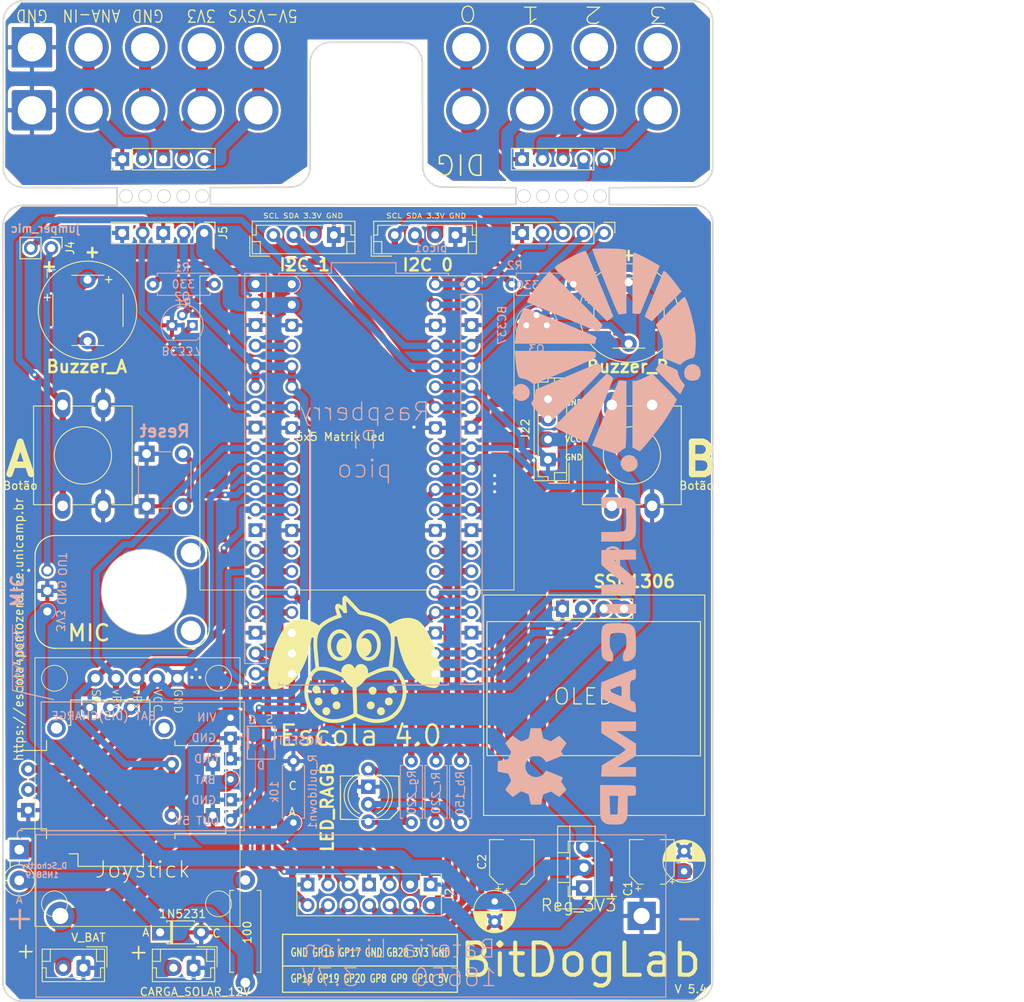
<source format=kicad_pcb>
(kicad_pcb (version 20240108) (generator "pcbnew") (generator_version "8.0")
  (title_block (title "BitDogLab_5.4") (date "2024-04-01") (company "Escola 4.0"))
  (layers (0 "F.Cu" signal) (31 "B.Cu" signal) (34 "B.Paste" user) (35 "F.Paste" user) (36 "B.SilkS" user "B.Silkscreen") (37 "F.SilkS" user "F.Silkscreen") (38 "B.Mask" user) (39 "F.Mask" user) (44 "Edge.Cuts" user))
  (net 0 "")
  (net 1 "/GP0")
  (net 2 "/GP01")
  (net 3 "GNDREF")
  (net 4 "/GP02")
  (net 5 "/GP03")
  (net 6 "/GP04")
  (net 7 "/pino_07")
  (net 8 "/pino_09")
  (net 9 "/in")
  (net 10 "/GP08")
  (net 11 "/GP09")
  (net 12 "/GP10")
  (net 13 "/GP11")
  (net 14 "/GP12")
  (net 15 "/GP13")
  (net 16 "/pino_19")
  (net 17 "/pino_20")
  (net 18 "/GP16")
  (net 19 "/GP17")
  (net 20 "/GP18")
  (net 21 "/GP19")
  (net 22 "/GP20")
  (net 23 "/GP28")
  (net 24 "3.3_OUT")
  (net 25 "+3.3V")
  (net 26 "VSYS")
  (net 27 "VBUS")
  (net 28 "Net-(BZ1-+)")
  (net 29 "Net-(BZ3-+)")
  (net 30 "Net-(D1-BA)")
  (net 31 "Net-(Q2-B)")
  (net 32 "Net-(Q3-B)")
  (net 33 "3.3_OUT_EXT")
  (net 34 "/AGND_EXT")
  (net 35 "/GP28_EXT")
  (net 36 "/GP03_EXT")
  (net 37 "/GP02_EXT")
  (net 38 "/GP01_EXT")
  (net 39 "/GP0_EXT")
  (net 40 "/pino_27")
  (net 41 "/pino_29")
  (net 42 "/pino_30")
  (net 43 "/pino_31")
  (net 44 "/pino_32")
  (net 45 "/pino_37")
  (net 46 "Net-(J4-Pin_1)")
  (net 47 "Net-(D1-GA)")
  (net 48 "Net-(D1-RA)")
  (net 49 "VSYS_EXT")
  (net 50 "V_BAT +")
  (net 51 "Net-(CARGA_SOLAR1-Pin_2)")
  (net 52 "Net-(Charge_DisCharge1-OUT5V)")
  (net 53 "Net-(D3-K)")
  (net 54 "/GND_EXT")
  (footprint "Connector_Wire:SolderWire-2sqmm_1x02_P7.8mm_D2mm_OD3.9mm" (layer "F.Cu") (at 91.6915 45.7581 90)
    (property "Reference" "J7" (hide yes))
    (property "Value" "GND")
  )
  (footprint "Connector_Wire:SolderWire-2sqmm_1x02_P7.8mm_D2mm_OD3.9mm" (layer "F.Cu") (at 153.3906 45.7517 90)
    (property "Reference" "J16" (hide yes))
    (property "Value" "1")
  )
  (footprint "joystick:XDCR_COM-09032" (layer "F.Cu") (at 101.3968 129.8956 -90)
    (property "Reference" "JOY1" (hide yes))
    (property "Value" "JOYSTICK")
  )
  (footprint "Connector_JST:JST_EH_B4B-EH-A_1x04_P2.50mm_Vertical" (layer "F.Cu") (at 136.6288 61.214)
    (property "Reference" "J21" (hide yes))
    (property "Value" "Conn_01x04_Pin" (hide yes))
  )
  (footprint "Buzzer_Beeper:Buzzer_12x9.5RM7.6" (layer "F.Cu") (at 165.5975 67.07 -90)
    (property "Reference" "BZ3" (hide yes))
    (property "Value" "Buzzer_B")
  )
  (footprint "Connector_PinHeader_2.54mm:PinHeader_1x05_P2.54mm_Vertical" (layer "F.Cu") (at 162.555 51.8096 -90)
    (property "Reference" "J13" (hide yes))
    (property "Value" "Conn_01x05_Pin" (hide yes))
  )
  (footprint "Connector_JST:JST_EH_B2B-EH-A_1x02_P2.50mm_Vertical" (layer "F.Cu") (at 111.7152 151.97 180)
    (property "Reference" "CARGA_SOLAR1" (hide yes))
    (property "Value" "CARGA_SOLAR_12V")
  )
  (footprint "Buzzer_Beeper:MagneticBuzzer_CUI_CMT-8504-100-SMT" (layer "F.Cu") (at 165.64 70.87)
    (property "Reference" "BZ4" (hide yes))
    (property "Value" "Buzzer_B_SMD" (hide yes))
  )
  (footprint "Buzzer_Beeper:MagneticBuzzer_CUI_CMT-8504-100-SMT" (layer "F.Cu") (at 98.6225 70.5425)
    (property "Reference" "BZ2")
    (property "Value" "Buzzer_A_SMD" (hide yes))
  )
  (footprint "LED_THT:LED_D5.0mm-4_RGB_Wide_Pins" (layer "F.Cu") (at 133.35 127.381 -90)
    (property "Reference" "D2" (hide yes))
    (property "Value" "LED_RAGB")
  )
  (footprint "Capacitor_THT:CP_Radial_D5.0mm_P2.50mm" (layer "F.Cu") (at 172.466 140.0161 90)
    (property "Reference" "C3" (hide yes))
    (property "Value" "C_pth")
  )
  (footprint "matrix5x5:Ws2812_led_5050_rgb_5x5" (layer "F.Cu") (at 112.49 66.27)
    (property "Reference" "J14" (hide yes))
    (property "Value" "5x5 Matrix led")
  )
  (footprint "user_1063:MODULE_1063" (layer "F.Cu") (at 102.87 105.41 -90)
    (property "Reference" "U4" (hide yes))
    (property "Value" "MIC")
  )
  (footprint "Diode_THT:D_DO-15_P3.81mm_Vertical_KathodeUp" (layer "F.Cu") (at 90.12 137.325 -90)
    (property "Reference" "D4" (hide yes))
    (property "Value" "D_Schottky")
  )
  (footprint "Connector_Wire:SolderWire-2sqmm_1x02_P7.8mm_D2mm_OD3.9mm" (layer "F.Cu") (at 105.7123 45.7581 90)
    (property "Reference" "J9" (hide yes))
    (property "Value" "GND")
  )
  (footprint "Resistor_THT:R_Axial_DIN0411_L9.9mm_D3.6mm_P12.70mm_Horizontal" (layer "F.Cu") (at 118.12 153.8 90)
    (property "Reference" "R_1W1" (hide yes))
    (property "Value" "100")
  )
  (footprint "Capacitor_THT:CP_Radial_D5.0mm_P2.50mm" (layer "F.Cu") (at 149.0037 143.7473 -90)
    (property "Reference" "C4" (hide yes))
    (property "Value" "C_pth")
  )
  (footprint "Connector_Wire:SolderWire-2sqmm_1x02_P7.8mm_D2mm_OD3.9mm" (layer "F.Cu") (at 112.7227 45.7581 90)
    (property "Reference" "J10" (hide yes))
    (property "Value" "3V3")
  )
  (footprint "Connector_PinHeader_2.54mm:PinHeader_2x07_P2.54mm_Vertical" (layer "F.Cu") (at 141.0716 141.6558 -90)
    (property "Reference" "J2")
    (property "Value" "conector_idc" (hide yes))
  )
  (footprint "Connector_JST:JST_EH_B2B-EH-A_1x02_P2.50mm_Vertical" (layer "F.Cu") (at 98.07 151.97 180)
    (property "Reference" "V_BAT1" (hide yes))
    (property "Value" "V_BAT")
  )
  (footprint "Downloads:logo bitDog 25mm" (layer "F.Cu") (at 131.7864 114.3)
    (property "Reference" "G1" (hide yes))
    (property "Value" "LOGO" (hide yes))
  )
  (footprint "Capacitor_SMD:CP_Elec_5x5.9" (layer "F.Cu") (at 151.13 138.8509 90)
    (property "Reference" "C2")
    (property "Value" "C_smd" (hide yes))
  )
  (footprint "Connector_PinHeader_2.54mm:PinHeader_1x02_P2.54mm_Vertical" (layer "F.Cu") (at 94.09 62.82 -90)
    (property "Reference" "J4")
    (property "Value" "jumper_mic")
  )
  (footprint "Connector_PinHeader_2.54mm:PinHeader_1x05_P2.54mm_Vertical" (layer "F.Cu") (at 162.555 60.96 -90)
    (property "Reference" "J12" (hide yes))
    (property "Value" "Conn_01x05_Pin" (hide yes))
  )
  (footprint "Connector_JST:JST_EH_B4B-EH-A_1x04_P2.50mm_Vertical" (layer "F.Cu") (at 155.6 89.03 90)
    (property "Reference" "J22")
    (property "Value" "Conn_01x04_Pin")
  )
  (footprint "user_ky-023-joystick-module-1.snapshot.4:ky-023" (layer "F.Cu") (at 117.465 113.56 -90)
    (property "Reference" "J19" (hide yes))
    (property "Value" "JOYSTICK")
  )
  (footprint "Connector_Wire:SolderWire-2sqmm_1x02_P7.8mm_D2mm_OD3.9mm" (layer "F.Cu") (at 169.1894 45.7517 90)
    (property "Reference" "J18" (hide yes))
    (property "Value" "3")
  )
  (footprint "Connector_Wire:SolderWire-2sqmm_1x02_P7.8mm_D2mm_OD3.9mm" (layer "F.Cu") (at 145.4912 45.7517 90)
    (property "Reference" "J15" (hide yes))
    (property "Value" "0")
  )
  (footprint "Buzzer_Beeper:Buzzer_12x9.5RM7.6" (layer "F.Cu") (at 98.58 66.7425 -90)
    (property "Reference" "BZ1" (hide yes))
    (property "Value" "Buzzer_A")
  )
  (footprint "Package_TO_SOT_THT:TO-220-3_Vertical" (layer "F.Cu") (at 160.0708 142.0876 90)
    (property "Reference" "U1" (hide yes))
    (property "Value" "3.3v_tht")
  )
  (footprint "Connector_Wire:SolderWire-2sqmm_1x02_P7.8mm_D2mm_OD3.9mm" (layer "F.Cu") (at 161.29 45.7517 90)
    (property "Reference" "J17" (hide yes))
    (property "Value" "2")
  )
  (footprint "Button_Switch_THT:SW_PUSH-12mm" (layer "F.Cu") (at 95.5 94.75 90)
    (property "Reference" "SW2" (hide yes))
    (property "Value" "Botão")
  )
  (footprint "Package_TO_SOT_SMD:SOT-223" (layer "F.Cu") (at 160.02 139.7 180)
    (property "Reference" "Reg_3V3")
    (property "Value" "3.3v_smd")
  )
  (footprint "Button_Switch_THT:SW_PUSH-12mm" (layer "F.Cu") (at 163.5 94.75 90)
    (property "Reference" "SW3" (hide yes))
    (property "Value" "Botão")
  )
  (footprint "Connector_JST:JST_EH_B4B-EH-A_1x04_P2.50mm_Vertical" (layer "F.Cu") (at 121.5828 61.214)
    (property "Reference" "J20" (hide yes))
    (property "Value" "Conn_01x04_Pin" (hide yes))
  )
  (footprint "Connector_Wire:SolderWire-2sqmm_1x02_P7.8mm_D2mm_OD3.9mm" (layer "F.Cu") (at 119.7331 45.7581 90)
    (property "Reference" "J11" (hide yes))
    (property "Value" "5V-VSYS")
  )
  (footprint "user_SSD1306:128x64OLED" (layer "F.Cu") (at 161.0238 118.0928)
    (property "Reference" "OLED1" (hide yes))
    (property "Value" "SSD1306")
  )
  (footprint "Diode_THT:D_T-1_P5.08mm_Horizontal" (layer "F.Cu") (at 107.569 147.574)
    (property "Reference" "D3" (hide yes))
    (property "Value" "1N5231")
  )
  (footprint "Capacitor_SMD:CP_Elec_5x5.9" (layer "F.Cu") (at 168.4588 138.8509 90)
    (property "Reference" "C1")
    (property "Value" "C_smd" (hide yes))
  )
  (footprint "Connector_PinHeader_2.54mm:PinHeader_1x05_P2.54mm_Vertical" (layer "F.Cu") (at 113.03 60.95 -90)
    (property "Reference" "J5")
    (property "Value" "Conn_01x05_Pin")
  )
  (footprint "Connector_PinHeader_2.54mm:PinHeader_1x05_P2.54mm_Vertical" (layer "F.Cu") (at 102.88 51.816 90)
    (property "Reference" "J6" (hide yes))
    (property "Value" "Conn_01x05_Pin")
  )
  (footprint "Connector_Wire:SolderWire-2sqmm_1x02_P7.8mm_D2mm_OD3.9mm" (layer "F.Cu") (at 98.7019 45.7581 90)
    (property "Reference" "J8" (hide yes))
    (property "Value" "ANA-IN")
  )
  (footprint "LED_SMD:LED_RGB_5050-6" (layer "F.Cu") (at 133.49 130.895)
    (property "Reference" "D1" (hide yes))
    (property "Value" "LED_RGB_SMD" (hide yes))
  )
  (footprint "Battery:BatteryHolder_MPD_BH-18650-PC2" (layer "B.Cu") (at 95.1992 145.542)
    (property "Reference" "BT1" (hide yes))
    (property "Value" "Battery_Cell")
  )
  (footprint "Resistor_THT:R_Axial_DIN0207_L6.3mm_D2.5mm_P7.62mm_Horizontal" (layer "B.Cu") (at 138.684 133.985 90)
    (property "Reference" "Rg_220")
    (property "Value" "220")
  )
  (footprint "Button_Switch_THT:SW_PUSH_6mm" (layer "B.Cu") (at 110.39 94.8 90)
    (property "Reference" "SW1" (hide yes))
    (property "Value" "Reset")
  )
  (footprint "LOGO" (layer "B.Cu") (at 153.67 127 -90)
    (property "Reference" "G3" (hide yes))
    (property "Value" "LOGO" (hide yes))
  )
  (footprint "Downloads:unicamp V2A" (layer "B.Cu") (at 163.689734 101.106913 -90)
    (property "Reference" "G2")
    (property "Value" "LOGO" (hide yes))
  )
  (footprint "Package_TO_SOT_SMD:SOT-23-3" (layer "B.Cu") (at 120.0912 124.1099 -90)
    (property "Reference" "Q1" (hide yes))
    (property "Value" "DMG2305UX-13" (hide yes))
  )
  (footprint "Package_TO_SOT_THT:TO-92" (layer "B.Cu") (at 155.4592 72.39 180)
    (property "Reference" "Q3")
    (property "Value" "BC337")
  )
  (footprint "Resistor_THT:R_Axial_DIN0207_L6.3mm_D2.5mm_P7.62mm_Horizontal" (layer "B.Cu") (at 144.78 133.985 90)
    (property "Reference" "Rb_150")
    (property "Value" "150")
  )
  (footprint "Package_TO_SOT_THT:TO-92" (layer "B.Cu") (at 111.568 72.39 180)
    (property "Reference" "Q2")
    (property "Value" "BC337")
  )
  (footprint "Connector_PinHeader_2.54mm:PinHeader_1x20_P2.54mm_Vertical" (layer "B.Cu") (at 146.1262 67.2846 180)
    (property "Reference" "J1" (hide yes))
    (property "Value" "Conn_01x20_Socket" (hide yes))
  )
  (footprint "Resistor_THT:R_Axial_DIN0207_L6.3mm_D2.5mm_P7.62mm_Horizontal" (layer "B.Cu") (at 124.079 133.985 90)
    (property "Reference" "R_pulldown1")
    (property "Value" "10k")
  )
  (footprint "Resistor_THT:R_Axial_DIN0207_L6.3mm_D2.5mm_P7.62mm_Horizontal" (layer "B.Cu") (at 106.68 67.31)
    (property "Reference" "R1")
    (property "Value" "330")
  )
  (footprint "Resistor_THT:R_Axial_DIN0207_L6.3mm_D2.5mm_P7.62mm_Horizontal" (layer "B.Cu") (at 151.13 67.31)
    (property "Reference" "R2" (hide yes))
    (property "Value" "330")
  )
  (footprint "user_HW775-main:Charger2A" (layer "B.Cu") (at 93.0329 119.2903)
    (property "Reference" "Charge_DisCharge1" (hide yes))
    (property "Value" "BAT (DIS)CHARGE")
  )
  (footprint "Connector_PinHeader_2.54mm:PinHeader_1x20_P2.54mm_Vertical" (layer "B.Cu") (at 119.38 115.5446)
    (property "Reference" "J3" (hide yes))
    (property "Value" "Conn_01x20_Socket" (hide yes))
  )
  (footprint "Resistor_THT:R_Axial_DIN0207_L6.3mm_D2.5mm_P7.62mm_Horizontal" (layer "B.Cu") (at 141.732 133.985 90)
    (property "Reference" "Rr_220")
    (property "Value" "220")
  )
  (footprint "user_Raspberry_Pi_Pico_W_Kicad_Files-main:MODULE_SC0918" (layer "B.Cu") (at 132.7674 91.44 180)
    (property "Reference" "pico1")
    (property "Value" "SC0918")
  )
  (gr_line (start 89.281 117.602) (end 94.361 118.745) (stroke (width 0.15)) (layer "B.SilkS"))
  (gr_line (start 89.281 117.602) (end 89.281 109.474) (stroke (width 0.1)) (layer "B.SilkS"))
  (gr_rect (start 118.364 122.047) (end 121.793 126.111) (stroke (width 0.15)) (fill none) (layer "B.SilkS"))
  (gr_line (start 129.9 133.57) (end 130.99 133.595) (stroke (width 0.15)) (layer "F.SilkS"))
  (gr_rect (start 122.7328 147.828) (end 144.3736 154.9908) (stroke (width 0.15)) (fill none) (layer "F.SilkS"))
  (gr_line (start 135.99 133.595) (end 137.17 132.39) (stroke (width 0.15)) (layer "F.SilkS"))
  (gr_line (start 137.14 128.22) (end 135.99 128.195) (stroke (width 0.15)) (layer "F.SilkS"))
  (gr_rect (start 122.7328 147.828) (end 144.3736 151.7396) (stroke (width 0.15)) (fill none) (layer "F.SilkS"))
  (gr_line (start 129.89 129.295) (end 129.9 133.57) (stroke (width 0.15)) (layer "F.SilkS"))
  (gr_line (start 137.17 132.39) (end 137.14 128.22) (stroke (width 0.15)) (layer "F.SilkS"))
  (gr_line (start 137.501086 37.334245) (end 128.690914 37.341817) (stroke (width 0.2)) (layer "Edge.Cuts"))
  (gr_arc (start 88.0984 59.981437) (mid 88.866578 58.244128) (end 90.6272 57.531) (stroke (width 0.2)) (layer "Edge.Cuts"))
  (gr_arc (start 126.151638 52.753354) (mid 125.407697 54.549396) (end 123.611638 55.293354) (stroke (width 0.2)) (layer "Edge.Cuts"))
  (gr_arc (start 126.15086 39.881818) (mid 126.894821 38.08574) (end 128.690914 37.341817) (stroke (width 0.2)) (layer "Edge.Cuts"))
  (gr_line (start 90.6272 57.531) (end 102.235 57.531) (stroke (width 0.2)) (layer "Edge.Cuts"))
  (gr_arc (start 90.696049 55.330258) (mid 89.053836 54.743128) (end 88.156052 53.247946) (stroke (width 0.2)) (layer "Edge.Cuts"))
  (gr_circle (center 105.699 56.388) (end 106.499 56.388) (stroke (width 0.1)) (fill none) (layer "Edge.Cuts"))
  (gr_circle (center 154.975 56.388) (end 155.775 56.388) (stroke (width 0.1)) (fill none) (layer "Edge.Cuts"))
  (gr_arc (start 173.463949 32.202048) (mid 175.259987 32.946011) (end 176.003949 34.742048) (stroke (width 0.2)) (layer "Edge.Cuts"))
  (gr_line (start 173.463949 156.083) (end 90.486 156.092685) (stroke (width 0.2)) (layer "Edge.Cuts"))
  (gr_circle (center 108.058 56.388) (end 108.858 56.388) (stroke (width 0.1)) (fill none) (layer "Edge.Cuts"))
  (gr_line (start 173.463949 55.279946) (end 163.195 55.3466) (stroke (width 0.2)) (layer "Edge.Cuts"))
  (gr_arc (start 88.156051 34.742048) (mid 88.899987 32.945984) (end 90.696051 32.202048) (stroke (width 0.2)) (layer "Edge.Cuts"))
  (gr_arc (start 90.486 156.092685) (mid 88.825941 155.438344) (end 88.0984 153.809037) (stroke (width 0.2)) (layer "Edge.Cuts"))
  (gr_circle (center 112.776 56.388) (end 113.576 56.388) (stroke (width 0.1)) (fill none) (layer "Edge.Cuts"))
  (gr_circle (center 152.616 56.388) (end 153.416 56.388) (stroke (width 0.1)) (fill none) (layer "Edge.Cuts"))
  (gr_line (start 102.235 55.3466) (end 90.696049 55.330258) (stroke (width 0.2)) (layer "Edge.Cuts"))
  (gr_line (start 151.638 55.3466) (end 151.638 57.4294) (stroke (width 0.2)) (layer "Edge.Cuts"))
  (gr_circle (center 103.34 56.388) (end 104.14 56.388) (stroke (width 0.1)) (fill none) (layer "Edge.Cuts"))
  (gr_line (start 88.156052 53.247946) (end 88.156051 34.742048) (stroke (width 0.2)) (layer "Edge.Cuts"))
  (gr_arc (start 137.501086 37.334245) (mid 139.297101 38.078186) (end 140.041086 39.874182) (stroke (width 0.2)) (layer "Edge.Cuts"))
  (gr_line (start 176.003949 34.742048) (end 176.003949 52.739946) (stroke (width 0.2)) (layer "Edge.Cuts"))
  (gr_arc (start 173.8488 57.492237) (mid 175.431181 58.226471) (end 176.022 59.8678) (stroke (width 0.2)) (layer "Edge.Cuts"))
  (gr_line (start 126.15086 39.881818) (end 126.151638 52.753354) (stroke (width 0.2)) (layer "Edge.Cuts"))
  (gr_circle (center 105.551613 105.41) (end 110.8202 105.41) (stroke (width 0.1)) (fill none) (layer "Edge.Cuts"))
  (gr_line (start 151.638 55.3466) (end 142.630635 55.274348) (stroke (width 0.2)) (layer "Edge.Cuts"))
  (gr_line (start 163.195 55.3466) (end 163.195 57.4294) (stroke (width 0.2)) (layer "Edge.Cuts"))
  (gr_arc (start 176.003949 52.739946) (mid 175.259987 54.535985) (end 173.463949 55.279946) (stroke (width 0.2)) (layer "Edge.Cuts"))
  (gr_line (start 113.792 57.4294) (end 151.638 57.4294) (stroke (width 0.2)) (layer "Edge.Cuts"))
  (gr_circle (center 159.693 56.388) (end 160.493 56.388) (stroke (width 0.1)) (fill none) (layer "Edge.Cuts"))
  (gr_line (start 123.611638 55.293354) (end 113.792 55.3466) (stroke (width 0.2)) (layer "Edge.Cuts"))
  (gr_line (start 173.8488 57.492237) (end 163.195 57.4294) (stroke (width 0.2)) (layer "Edge.Cuts"))
  (gr_circle (center 110.417 56.388) (end 111.217 56.388) (stroke (width 0.1)) (fill none) (layer "Edge.Cuts"))
  (gr_circle (center 162.052 56.388) (end 162.852 56.388) (stroke (width 0.1)) (fill none) (layer "Edge.Cuts"))
  (gr_line (start 113.792 55.3466) (end 113.792 57.4294) (stroke (width 0.2)) (layer "Edge.Cuts"))
  (gr_line (start 176.022 59.8678) (end 176.003949 153.524963) (stroke (width 0.2)) (layer "Edge.Cuts"))
  (gr_arc (start 176.003949 153.524963) (mid 175.261068 155.327379) (end 173.463949 156.083) (stroke (width 0.2)) (layer "Edge.Cuts"))
  (gr_arc (start 142.630635 55.274348) (mid 140.834566 54.530402) (end 140.090635 52.734348) (stroke (width 0.2)) (layer "Edge.Cuts"))
  (gr_circle (center 157.334 56.388) (end 158.134 56.388) (stroke (width 0.1)) (fill none) (layer "Edge.Cuts"))
  (gr_line (start 88.0984 153.809037) (end 88.0984 59.981437) (stroke (width 0.2)) (layer "Edge.Cuts"))
  (gr_line (start 90.696051 32.202048) (end 173.463949 32.202048) (stroke (width 0.2)) (layer "Edge.Cuts"))
  (gr_line (start 140.090635 52.734348) (end 140.041086 39.874182) (stroke (width 0.2)) (layer "Edge.Cuts"))
  (gr_line (start 102.235 55.3466) (end 102.235 57.531) (stroke (width 0.2)) (layer "Edge.Cuts"))
  (gr_text "S" (at 121.1072 121.2088 0) (layer "B.SilkS") (effects (font (size 1 1)) (justify mirror)))
  (gr_text "Bateria Li-ion\n18650    3.7V" (at 137.16 151.384 0) (layer "B.SilkS") (effects (font (size 2.2 2.2)) (justify mirror)))
  (gr_text "GND" (at 113.284 126.0856 0) (layer "B.SilkS") (effects (font (size 1 1)) (justify mirror)))
  (gr_text "GND" (at 112.9792 131.2164 0) (layer "B.SilkS") (effects (font (size 1 1)) (justify mirror)))
  (gr_text "3V3\n" (at 95.1992 109 270) (layer "B.SilkS") (effects (font (size 1 1)) (justify mirror)))
  (gr_text "Raspberry\nPI\npico" (at 132.8928 86.614 0) (layer "B.SilkS") (effects (font (size 2.2 2.2)) (justify mirror)))
  (gr_text "GND\n" (at 95.4278 105.5 90) (layer "B.SilkS") (effects (font (size 1 1)) (justify mirror)))
  (gr_text "GND" (at 112.9792 123.4948 0) (layer "B.SilkS") (effects (font (size 1 1)) (justify mirror)))
  (gr_text "VIN" (at 113.3348 120.9548 0) (layer "B.SilkS") (effects (font (size 1 1)) (justify mirror)))
  (gr_text "lIGA/DESL." (at 89.535 117.475 -90) (layer "B.SilkS") (effects (font (size 1 1)) (justify left bottom mirror)))
  (gr_text "G" (at 118.9736 121.2596 0) (layer "B.SilkS") (effects (font (size 1 1)) (justify mirror)))
  (gr_text "OUT\n" (at 95.4278 102 270) (layer "B.SilkS") (effects (font (size 1 1)) (justify mirror)))
  (gr_text "BC337" (at 110.1852 75.5396 180) (layer "B.SilkS") (effects (font (size 1 1)) (justify mirror)))
  (gr_text "BAT" (at 113.1316 128.6764 0) (layer "B.SilkS") (effects (font (size 1 1)) (justify mirror)))
  (gr_text "D" (at 120.0404 126.8984 0) (layer "B.SilkS") (effects (font (size 1 1)) (justify mirror)))
  (gr_text "OUT 5V" (at 112.1664 133.7564 0) (layer "B.SilkS") (effects (font (size 1 1)) (justify mirror)))
  (gr_text "MOSFET" (at 124.968 123.825 0) (layer "B.SilkS") (effects (font (size 1 1)) (justify mirror)))
  (gr_text "-" (at 175.1584 147.4724 0) (layer "B.SilkS") (effects (font (size 3 3) (thickness 0.3) (bold yes)) (justify left bottom mirror)))
  (gr_text "V 5.4" (at 171.196 155.194 0) (layer "F.SilkS") (effects (font (size 1 1)) (justify left bottom)))
  (gr_text "+" (at 98.044 64.135 0) (layer "F.SilkS") (effects (font (size 1.5 1.5) (thickness 0.3) (bold yes)) (justify left bottom)))
  (gr_text "+" (at 92.71 65.913 0) (layer "F.SilkS") (effects (font (size 1.5 1.5) (thickness 0.3) (bold yes)) (justify left bottom)))
  (gr_text "I2C 1" (at 122.174 65.786 0) (layer "F.SilkS") (effects (font (size 1.5 1.5) (thickness 0.3) (bold yes)) (justify left bottom)))
  (gr_text "GND GP16 GP17 GND GB28 3V3 GND\n\nGP18 GP19 GP20 GP8 GP9 GP10 5V" (at 123.6472 153.8732 0) (layer "F.SilkS") (effects (font (size 1 0.7)) (justify left bottom)))
  (gr_text "SCL SDA 3.3V GND" (at 135.509 59.182 0) (layer "F.SilkS") (effects (font (size 0.6 0.7) (thickness 0.1) (bold yes)) (justify left bottom)))
  (gr_text "Escola 4.0" (at 132.396 123.19 0) (layer "F.SilkS") (effects (font (size 2.5 2.5) (thickness 0.3))))
  (gr_text "+" (at 164.465 64.516 0) (layer "F.SilkS") (effects (font (size 1.5 1.5) (thickness 0.3) (bold yes)) (justify left bottom)))
  (gr_text "B" (at 174.5 89 0) (layer "F.SilkS") (effects (font (size 4 4) (thickness 0.8) (bold yes))))
  (gr_text "Joystick" (at 99.3648 140.97 0) (layer "F.SilkS") (effects (font (size 2 2)) (justify left bottom)))
  (gr_text "BitDogLab             " (at 179.451 151.003 0) (layer "F.SilkS") (effects (font (size 4 4) (thickness 0.5))))
  (gr_text "SCL SDA 3.3V GND" (at 120.269 59.182 0) (layer "F.SilkS") (effects (font (size 0.6 0.7) (thickness 0.1) (bold yes)) (justify left bottom)))
  (gr_text "+" (at 159.131 66.167 0) (layer "F.SilkS") (effects (font (size 1.5 1.5) (thickness 0.3) (bold yes)) (justify left bottom)))
  (gr_text "I2C 0" (at 137.414 65.786 0) (layer "F.SilkS") (effects (font (size 1.5 1.5) (thickness 0.3) (bold yes)) (justify left bottom)))
  (gr_text "DIG" (at 144.78 52.451 180) (layer "F.SilkS") (effects (font (size 2.5 2.5) (thickness 0.2))))
  (gr_text "https://escola4pontozero.fee.unicamp.br" (at 90.700759 126.466441 90) (layer "F.SilkS") (effects (font (size 1.1 1.05)) (justify left bottom)))
  (gr_text "A" (at 90.25 89 0) (layer "F.SilkS") (effects (font (size 4 4) (thickness 0.8) (bold yes))))
  (gr_text "C\n\nA" (at 123.39 133.22 0) (layer "F.SilkS") (effects (font (size 1 1)) (justify left bottom)))
  (gr_text "MIC" (at 98.75 110.5 0) (layer "F.SilkS") (effects (font (size 2 2) (thickness 0.3) (bold yes))))
  (gr_text "GND\n\nIN\n\nVCC\n\nGND\n" (at 157.6324 89.154 0) (layer "F.SilkS") (effects (font (size 0.7 0.7)) (justify left bottom)))
  (segment (start 141.6574 67.31) (end 141.657 67.31) (width 0.8) (layer "F.Cu") (net 1))
  (segment (start 141.657 63.7426) (end 139.129 61.214) (width 0.8) (layer "F.Cu") (net 1))
  (segment (start 141.657 67.31) (end 141.657 63.7426) (width 0.8) (layer "F.Cu") (net 1))
  (segment (start 139.1288 61.214) (end 139.129 61.214) (width 0.8) (layer "F.Cu") (net 1))
  (segment (start 147.776 67.2846) (end 146.1262 67.2846) (width 0.8) (layer "B.Cu") (net 1))
  (segment (start 141.6574 67.31) (end 141.657 67.31) (width 0.8) (layer "B.Cu") (net 1))
  (segment (start 154.935 60.96) (end 154.935 62.61) (width 0.8) (layer "B.Cu") (net 1))
  (segment (start 152.451 62.61) (end 147.776 67.2846) (width 0.8) (layer "B.Cu") (net 1))
  (segment (start 144.476 67.2846) (end 144.451 67.31) (width 0.8) (layer "B.Cu") (net 1))
  (segment (start 154.935 62.61) (end 152.451 62.61) (width 0.8) (layer "B.Cu") (net 1))
  (segment (start 146.1262 67.2846) (end 144.476 67.2846) (width 0.8) (layer "B.Cu") (net 1))
  (segment (start 144.451 67.31) (end 141.6574 67.31) (width 0.8) (layer "B.Cu") (net 1))
  (segment (start 141.657 69.8323) (end 141.657 69.8147) (width 0.8) (layer "F.Cu") (net 2))
  (segment (start 136.629 64.7861) (end 136.629 63.893) (width 0.8) (layer "F.Cu") (net 2))
  (segment (start 141.657 69.85) (end 141.657 69.8323) (width 0.8) (layer "F.Cu") (net 2))
  (segment (start 141.657 69.8147) (end 136.629 64.7861) (width 0.8) (layer "F.Cu") (net 2))
  (segment (start 136.629 63.893) (end 136.6288 63.8928) (width 0.8) (layer "F.Cu") (net 2))
  (segment (start 136.629 63.893) (end 136.629 63) (width 0.8) (layer "F.Cu") (net 2))
  (segment (start 141.6574 69.8327) (end 141.6574 69.85) (width 0.8) (layer "F.Cu") (net 2))
  (segment (start 141.657 69.8323) (end 141.6574 69.8327) (width 0.8) (layer "F.Cu") (net 2))
  (segment (start 136.6288 63.8928) (end 136.6288 61.214) (width 0.8) (layer "F.Cu") (net 2))
  (segment (start 144.476 69.8246) (end 144.451 69.85) (width 0.8) (layer "B.Cu") (net 2))
  (segment (start 144.451 69.85) (end 141.6574 69.85) (width 0.8) (layer "B.Cu") (net 2))
  (segment (start 155.98 59.4647) (end 138.378 59.4647) (width 0.8) (layer "B.Cu") (net 2))
  (segment (start 157.475 60.96) (end 155.98 59.4647) (width 0.8) (layer "B.Cu") (net 2))
  (segment (start 146.126 69.8246) (end 146.1262 69.8246) (width 0.8) (layer "B.Cu") (net 2))
  (segment (start 141.6574 69.85) (end 141.657 69.85) (width 0.8) (layer "B.Cu") (net 2))
  (segment (start 138.378 59.4647) (end 137.404 60.439) (width 0.8) (layer "B.Cu") (net 2))
  (segment (start 136.6288 61.214) (end 136.629 61.214) (width 0.8) (layer "B.Cu") (net 2))
  (segment (start 146.126 69.8246) (end 144.476 69.8246) (width 0.8) (layer "B.Cu") (net 2))
  (segment (start 136.629 61.214) (end 137.404 60.439) (width 0.8) (layer "B.Cu") (net 2))
  (segment (start 150.59 89.13) (end 152.368 89.13) (width 0.8) (layer "F.Cu") (net 3))
  (segment (start 146.126 84.5752) (end 146.126 84.8638) (width 0.8) (layer "F.Cu") (net 3))
  (segment (start 155.6 89.03) (end 154.76 88.19) (width 0.8) (layer "F.Cu") (net 3))
  (segment (start 147.99 83) (end 147.99 82.45) (width 0.8) (layer "F.Cu") (net 3))
  (segment (start 154.76 88.19) (end 154.5 88.19) (width 0.8) (layer "F.Cu") (net 3))
  (segment (start 146.126 84.8638) (end 147.99 83) (width 0.8) (layer "F.Cu") (net 3))
  (segment (start 148.93 81.51) (end 150.59 81.51) (width 0.8) (layer "F.Cu") (net 3))
  (segment (start 147.99 82.45) (end 148.93 81.51) (width 0.8) (layer "F.Cu") (net 3))
  (segment (start 152.368 89.13) (end 153.308 88.19) (width 0.8) (layer "F.Cu") (net 3))
  (via (at 112 115) (size 0.8) (drill 0.4) (layers "F.Cu" "B.Cu") (net 3))
  (via (at 149 93) (size 0.8) (drill 0.4) (layers "F.Cu" "B.Cu") (net 3))
  (via (at 149 91) (size 0.8) (drill 0.4) (layers "F.Cu" "B.Cu") (net 3))
  (via (at 112.5 116) (size 0.8) (drill 0.4) (layers "F.Cu" "B.Cu") (net 3))
  (via (at 111.5 116) (size 0.8) (drill 0.4) (layers "F.Cu" "B.Cu") (net 3))
  (via (at 139 85) (size 0.8) (drill 0.4) (layers "F.Cu" "B.Cu") (net 3))
  (via (at 149 92) (size 0.8) (drill 0.4) (layers "F.Cu" "B.Cu") (net 3))
  (segment (start 155.6 89.03) (end 154.008 87.4381) (width 0.8) (layer "B.Cu") (net 3))
  (segment (start 154.008 87.4381) (end 154.008 83.1219) (width 0.8) (layer "B.Cu") (net 3))
  (segment (start 154.008 83.1219) (end 155.6 81.53) (width 0.8) (layer "B.Cu") (net 3))
  (segment (start 124.083 61.214) (end 124.849 61.9796) (width 0.8) (layer "B.Cu") (net 4))
  (segment (start 124.4655 61.5968) (end 124.0828 61.2141) (width 0.8) (layer "B.Cu") (net 4))
  (segment (start 141.6574 74.93) (end 137.799 74.93) (width 0.8) (layer "B.Cu") (net 4))
  (segment (start 124.0828 61.2141) (end 124.0828 61.214) (width 0.8) (layer "B.Cu") (net 4))
  (segment (start 160.015 61.1523) (end 146.263 74.9046) (width 0.8) (layer "B.Cu") (net 4))
  (segment (start 137.799 74.93) (end 124.849 61.9796) (width 0.8) (layer "B.Cu") (net 4))
  (segment (start 144.451 74.93) (end 141.6574 74.93) (width 0.8) (layer "B.Cu") (net 4))
  (segment (start 160.015 60.96) (end 160.015 61.1523) (width 0.8) (layer "B.Cu") (net 4))
  (segment (start 124.848 61.9796) (end 124.4655 61.5968) (width 0.8) (layer "B.Cu") (net 4))
  (segment (start 124.849 61.9796) (end 124.848 61.9796) (width 0.8) (layer "B.Cu") (net 4))
  (segment (start 144.476 74.9046) (end 144.451 74.93) (width 0.8) (layer "B.Cu") (net 4))
  (segment (start 146.263 74.9046) (end 146.1262 74.9046) (width 0.8) (layer "B.Cu") (net 4))
  (segment (start 124.4655 61.5968) (end 124.083 61.214) (width 0.8) (layer "B.Cu") (net 4))
  (segment (start 146.1262 74.9046) (end 144.476 74.9046) (width 0.8) (layer "B.Cu") (net 4))
  (segment (start 122.3579 61.989) (end 122.3578 61.989) (width 0.8) (layer "B.Cu") (net 5))
  (segment (start 150.55 72.5316) (end 150.55 73.0204) (width 0.8) (layer "B.Cu") (net 5))
  (segment (start 146.126 77.4446) (end 146.126 77.4445) (width 0.8) (layer "B.Cu") (net 5))
  (segment (start 123.614 63.2453) (end 122.3579 61.989) (width 0.8) (layer "B.Cu") (net 5))
  (segment (start 122.3578 61.989) (end 121.5828 61.214) (width 0.8) (layer "B.Cu") (net 5))
  (segment (start 146.126 77.4446) (end 144.476 77.4446) (width 0.8) (layer "B.Cu") (net 5))
  (segment (start 141.6574 77.47) (end 138.554 77.47) (width 0.8) (layer "B.Cu") (net 5))
  (segment (start 162.555 60.96) (end 162.122 60.96) (width 0.8) (layer "B.Cu") (net 5))
  (segment (start 146.126 77.4445) (end 146.126 77.4446) (width 0.8) (layer "B.Cu") (net 5))
  (segment (start 124.329 63.2453) (end 123.614 63.2453) (width 0.8) (layer "B.Cu") (net 5))
  (segment (start 162.122 60.96) (end 150.55 72.5316) (width 0.8) (layer "B.Cu") (net 5))
  (segment (start 146.126 77.4446) (end 146.1262 77.4446) (width 0.8) (layer "B.Cu") (net 5))
  (segment (start 144.476 77.4446) (end 144.451 77.47) (width 0.8) (layer "B.Cu") (net 5))
  (segment (start 150.55 73.0204) (end 146.126 77.4445) (width 0.8) (layer "B.Cu") (net 5))
  (segment (start 138.554 77.47) (end 124.329 63.2453) (width 0.8) (layer "B.Cu") (net 5))
  (segment (start 144.451 77.47) (end 141.6574 77.47) (width 0.8) (layer "B.Cu") (net 5))
  (segment (start 122.3579 61.989) (end 121.583 61.214) (width 0.8) (layer "B.Cu") (net 5))
  (segment (start 149.606 136.139) (end 146.273 139.472) (width 0.8) (layer "F.Cu") (net 6))
  (segment (start 146.273 139.472) (end 146.273 143.992) (width 0.8) (layer "F.Cu") (net 6))
  (segment (start 153.8 90.3573) (end 149.606 94.5515) (width 0.8) (layer "F.Cu") (net 6))
  (segment (start 137.001 147.745) (end 134.6443 145.3883) (width 0.8) (layer "F.Cu") (net 6))
  (segment (start 153.8 89.1122) (end 153.8 90.3573) (width 0.8) (layer "F.Cu") (net 6))
  (segment (start 134.6441 145.3883) (end 133.4516 144.1958) (width 0.8) (layer "F.Cu") (net 6))
  (segment (start 134.6443 145.3883) (end 134.6441 145.3883) (width 0.8) (layer "F.Cu") (net 6))
  (segment (start 149.606 94.5515) (end 149.606 136.139) (width 0.8) (layer "F.Cu") (net 6))
  (segment (start 142.521 147.745) (end 137.001 147.745) (width 0.8) (layer "F.Cu") (net 6))
  (segment (start 146.273 143.992) (end 142.521 147.745) (width 0.8) (layer "F.Cu") (net 6))
  (segment (start 134.6443 145.3883) (end 134.247 144.991) (width 0.8) (layer "F.Cu") (net 6))
  (via (at 153.8 89.1122) (size 0.8) (drill 0.4) (layers "F.Cu" "B.Cu") (net 6))
  (segment (start 144.476 79.9846) (end 144.451 80.01) (width 0.8) (layer "B.Cu") (net 6))
  (segment (start 152.344 87.6559) (end 152.344 86.2026) (width 0.8) (layer "B.Cu") (net 6))
  (segment (start 146.126 79.9846) (end 144.476 79.9846) (width 0.8) (layer "B.Cu") (net 6))
  (segment (start 152.344 86.2026) (end 146.126 79.9848) (width 0.8) (layer "B.Cu") (net 6))
  (segment (start 153.8 89.1122) (end 152.344 87.6559) (width 0.8) (layer "B.Cu") (net 6))
  (segment (start 146.126 79.9848) (end 146.126 79.9846) (width 0.8) (layer "B.Cu") (net 6))
  (segment (start 146.126 79.9848) (end 146.126 79.9846) (width 0.8) (layer "B.Cu") (net 6))
  (segment (start 144.451 80.01) (end 141.6574 80.01) (width 0.8) (layer "B.Cu") (net 6))
  (segment (start 141.6574 80.01) (end 141.657 80.01) (width 0.8) (layer "B.Cu") (net 6))
  (segment (start 146.126 79.9846) (end 146.1262 79.9846) (width 0.8) (layer "B.Cu") (net 6))
  (segment (start 123.5 64.5) (end 128 64.5) (width 0.8) (layer "F.Cu") (net 7))
  (segment (start 95.5 82) (end 92 78.5) (width 0.8) (layer "F.Cu") (net 7))
  (segment (start 128 64.5) (end 141.6574 82.55) (width 0.8) (layer "F.Cu") (net 7))
  (segment (start 95.5 82.25) (end 95.5 82) (width 0.8) (layer "F.Cu") (net 7))
  (segment (start 95.5 94.75) (end 95.5 82.25) (width 0.8) (layer "F.Cu") (net 7))
  (via (at 123.5 64.5) (size 0.8) (drill 0.4) (layers "F.Cu" "B.Cu") (net 7))
  (via (at 92 78.5) (size 0.8) (drill 0.4) (layers "F.Cu" "B.Cu") (net 7))
  (segment (start 144.4508 82.55) (end 141.6574 82.55) (width 0.8) (layer "B.Cu") (net 7))
  (segment (start 90.1 62.21939) (end 92.96939 59.35) (width 0.8) (layer "B.Cu") (net 7))
  (segment (start 92 78.5) (end 90.1 76.6) (width 0.8) (layer "B.Cu") (net 7))
  (segment (start 144.4762 82.5246) (end 144.4508 82.55) (width 0.8) (layer "B.Cu") (net 7))
  (segment (start 122.81819 64.5) (end 123.6074 64.5) (width 0.8) (layer "B.Cu") (net 7))
  (segment (start 92.96939 59.35) (end 117.66819 59.35) (width 0.8) (layer "B.Cu") (net 7))
  (segment (start 146.1262 82.5246) (end 144.4762 82.5246) (width 0.8) (layer "B.Cu") (net 7))
  (segment (start 117.66819 59.35) (end 122.81819 64.5) (width 0.8) (layer "B.Cu") (net 7))
  (segment (start 123.6074 64.5) (end 123.5 64.5) (width 0.8) (layer "B.Cu") (net 7))
  (segment (start 90.1 76.6) (end 90.1 62.21939) (width 0.8) (layer "B.Cu") (net 7))
  (segment (start 163.5 94.75) (end 163.5 82.25) (width 0.8) (layer "F.Cu") (net 8))
  (segment (start 146.1262 87.6046) (end 144.4762 87.6046) (width 0.8) (layer "B.Cu") (net 8))
  (segment (start 141.6574 87.63) (end 144.4508 87.63) (width 0.8) (layer "B.Cu") (net 8))
  (segment (start 150.8623 87.6046) (end 155.6077 92.35) (width 0.8) (layer "B.Cu") (net 8))
  (segment (start 146.1262 87.6046) (end 150.8623 87.6046) (width 0.8) (layer "B.Cu") (net 8))
  (segment (start 144.4508 87.63) (end 144.4762 87.6046) (width 0.8) (layer "B.Cu") (net 8))
  (segment (start 163.5 94.75) (end 163.5 92.35) (width 0.8) (layer "B.Cu") (net 8))
  (segment (start 155.6077 92.35) (end 163.5 92.35) (width 0.8) (layer "B.Cu") (net 8))
  (segment (start 147.79 88.4808) (end 146.126 90.1445) (width 0.8) (layer "F.Cu") (net 9))
  (segment (start 150.59 84.05) (end 148 84.5) (width 0.8) (layer "F.Cu") (net 9))
  (segment (start 146.1261 90.1446) (end 146.126 90.1445) (width 0.8) (layer "F.Cu") (net 9))
  (segment (start 155.6 84.03) (end 150.61 84.03) (width 0.8) (layer "F.Cu") (net 9))
  (segment (start 150.61 84.03) (end 150.59 84.05) (width 0.8) (layer "F.Cu") (net 9))
  (segment (start 148 84.5) (end 147.79 88.4808) (width 0.8) (layer "F.Cu") (net 9))
  (segment (start 146.1262 90.1446) (end 146.1261 90.1446) (width 0.8) (layer "F.Cu") (net 9))
  (segment (start 146.126 90.1446) (end 146.1262 90.1446) (width 0.8) (layer "B.Cu") (net 9))
  (segment (start 141.6574 90.17) (end 141.657 90.17) (width 0.8) (layer "B.Cu") (net 9))
  (segment (start 146.126 90.1446) (end 144.476 90.1446) (width 0.8) (layer "B.Cu") (net 9))
  (segment (start 144.476 90.1446) (end 144.451 90.17) (width 0.8) (layer "B.Cu") (net 9))
  (segment (start 144.451 90.17) (end 141.6574 90.17) (width 0.8) (layer "B.Cu") (net 9))
  (segment (start 143.186 132.858) (end 137.264 126.936) (width 0.8) (layer "F.Cu") (net 10))
  (segment (start 138.532 144.196) (end 140.005 145.669) (width 0.8) (layer "F.Cu") (net 10))
  (segment (start 137.264 97.1035) (end 141.657 92.71) (width 0.8) (layer "F.Cu") (net 10))
  (segment (start 138.5316 144.1958) (end 138.5318 144.1958) (width 0.8) (layer "F.Cu") (net 10))
  (segment (start 137.264 126.936) (end 137.264 97.1035) (width 0.8) (layer "F.Cu") (net 10))
  (segment (start 141.669 145.669) (end 143.186 144.152) (width 0.8) (layer "F.Cu") (net 10))
  (segment (start 138.5318 144.1958) (end 138.532 144.196) (width 0.8) (layer "F.Cu") (net 10))
  (segment (start 143.186 144.152) (end 143.186 132.858) (width 0.8) (layer "F.Cu") (net 10))
  (segment (start 141.6574 92.71) (end 141.657 92.71) (width 0.8) (layer "F.Cu") (net 10))
  (segment (start 140.005 145.669) (end 141.669 145.669) (width 0.8) (layer "F.Cu") (net 10))
  (segment (start 146.126 92.6846) (end 146.1262 92.6846) (width 0.8) (layer "B.Cu") (net 10))
  (segment (start 144.476 92.6846) (end 144.451 92.71) (width 0.8) (layer "B.Cu") (net 10))
  (segment (start 146.126 92.6846) (end 144.476 92.6846) (width 0.8) (layer "B.Cu") (net 10))
  (segment (start 141.6574 92.71) (end 141.657 92.71) (width 0.8) (layer "B.Cu") (net 10))
  (segment (start 144.451 92.71) (end 141.6574 92.71) (width 0.8) (layer "B.Cu") (net 10))
  (segment (start 145.084 137.705) (end 145.084 143.74) (width 0.8) (layer "F.Cu") (net 11))
  (segment (start 147.776 95.2246) (end 147.776 135.012) (width 0.8) (layer "F.Cu") (net 11))
  (segment (start 146.1262 95.2246) (end 147.776 95.2246) (width 0.8) (layer "F.Cu") (net 11))
  (segment (start 145.084 143.74) (end 142.09 146.733) (width 0.8) (layer "F.Cu") (net 11))
  (segment (start 147.776 135.012) (end 145.084 137.705) (width 0.8) (layer "F.Cu") (net 11))
  (segment (start 146.126 95.2246) (end 146.1262 95.2246) (width 0.8) (layer "F.Cu") (net 11))
  (segment (start 137.1841 145.3883) (end 135.9916 144.1958) (width 0.8) (layer "F.Cu") (net 11))
  (segment (start 142.09 146.733) (end 138.529 146.733) (width 0.8) (layer "F.Cu") (net 11))
  (segment (start 137.1843 145.3883) (end 137.1841 145.3883) (width 0.8) (layer "F.Cu") (net 11))
  (segment (start 138.529 146.733) (end 137.1843 145.3883) (width 0.8) (layer "F.Cu") (net 11))
  (segment (start 137.1843 145.3883) (end 136.787 144.991) (width 0.8) (layer "F.Cu") (net 11))
  (segment (start 146.126 95.2246) (end 144.476 95.2246) (width 0.8) (layer "B.Cu") (net 11))
  (segment (start 144.451 95.25) (end 141.6574 95.25) (width 0.8) (layer "B.Cu") (net 11))
  (segment (start 144.476 95.2246) (end 144.451 95.25) (width 0.8) (layer "B.Cu") (net 11))
  (segment (start 141.6574 95.25) (end 141.657 95.25) (width 0.8) (layer "B.Cu") (net 11))
  (segment (start 146.1262 95.2246) (end 146.126 95.2246) (width 0.8) (layer "B.Cu") (net 11))
  (segment (start 146.1258 100.305) (end 144.476 100.305) (width 0.8) (layer "F.Cu") (net 12))
  (segment (start 141.6574 100.33) (end 144.451 100.33) (width 0.8) (layer "F.Cu") (net 12))
  (segment (start 146.1258 100.305) (end 146.1262 100.3046) (width 0.8) (layer "F.Cu") (net 12))
  (segment (start 146.126 100.305) (end 146.1258 100.305) (width 0.8) (layer "F.Cu") (net 12))
  (segment (start 144.451 100.33) (end 144.476 100.305) (width 0.8) (layer "F.Cu") (net 12))
  (segment (start 141.657 100.33) (end 141.6574 100.33) (width 0.8) (layer "F.Cu") (net 12))
  (segment (start 145.493 65.808) (end 144.476 66.825) (width 0.8) (layer "F.Cu") (net 12))
  (segment (start 151.13 67.31) (end 149.628 65.808) (width 0.8) (layer "F.Cu") (net 12))
  (segment (start 144.476 66.825) (end 144.476 100.305) (width 0.8) (layer "F.Cu") (net 12))
  (segment (start 149.628 65.808) (end 145.493 65.808) (width 0.8) (layer "F.Cu") (net 12))
  (segment (start 141.657 102.87) (end 141.6574 102.87) (width 0.8) (layer "F.Cu") (net 13))
  (segment (start 144.451 102.87) (end 144.451 124.436) (width 0.8) (layer "F.Cu") (net 13))
  (segment (start 144.451 124.436) (end 144.78 124.765) (width 0.8) (layer "F.Cu") (net 13))
  (segment (start 144.78 124.765) (end 144.78 126.365) (width 0.8) (layer "F.Cu") (net 13))
  (segment (start 146.1258 102.845) (end 146.126 102.845) (width 0.8) (layer "F.Cu") (net 13))
  (segment (start 144.451 102.87) (end 144.476 102.845) (width 0.8) (layer "F.Cu") (net 13))
  (segment (start 146.1258 102.845) (end 146.1262 102.8446) (width 0.8) (layer "F.Cu") (net 13))
  (segment (start 141.6574 102.87) (end 144.451 102.87) (width 0.8) (layer "F.Cu") (net 13))
  (segment (start 144.476 102.845) (end 146.1258 102.845) (width 0.8) (layer "F.Cu") (net 13))
  (segment (start 141.732 124.765) (end 143.071 123.426) (width 0.8) (layer "F.Cu") (net 14))
  (segment (start 141.6155 105.41) (end 141.616 105.41) (width 0.8) (layer "F.Cu") (net 14))
  (segment (start 143.071 123.426) (end 143.071 106.865) (width 0.8) (layer "F.Cu") (net 14))
  (segment (start 142.343 106.138) (end 141.616 105.41) (width 0.8) (layer "F.Cu") (net 14))
  (segment (start 142.344 106.138) (end 142.343 106.138) (width 0.8) (layer "F.Cu") (net 14))
  (segment (start 143.071 106.865) (end 142.344 106.138) (width 0.8) (layer "F.Cu") (net 14))
  (segment (start 141.732 126.365) (end 141.732 124.765) (width 0.8) (layer "F.Cu") (net 14))
  (segment (start 141.616 105.41) (end 142.344 106.138) (width 0.8) (layer "F.Cu") (net 14))
  (segment (start 146.1258 105.385) (end 146.1262 105.3846) (width 0.8) (layer "B.Cu") (net 14))
  (segment (start 144.451 105.41) (end 141.616 105.41) (width 0.8) (layer "B.Cu") (net 14))
  (segment (start 141.616 105.41) (end 141.6155 105.41) (width 0.8) (layer "B.Cu") (net 14))
  (segment (start 146.126 105.385) (end 146.1258 105.385) (width 0.8) (layer "B.Cu") (net 14))
  (segment (start 144.476 105.385) (end 144.451 105.41) (width 0.8) (layer "B.Cu") (net 14))
  (segment (start 146.1258 105.385) (end 144.476 105.385) (width 0.8) (layer "B.Cu") (net 14))
  (segment (start 140.837 108.77) (end 140.838 108.77) (width 0.8) (layer "F.Cu") (net 15))
  (segment (start 138.684 126.365) (end 138.684 110.923) (width 0.8) (layer "F.Cu") (net 15))
  (segment (start 141.6574 107.95) (end 141.657 107.95) (width 0.8) (layer "F.Cu") (net 15))
  (segment (start 138.684 110.923) (end 140.837 108.77) (width 0.8) (layer "F.Cu") (net 15))
  (segment (start 140.838 108.77) (end 141.657 107.95) (width 0.8) (layer "F.Cu") (net 15))
  (segment (start 141.657 107.95) (end 140.837 108.77) (width 0.8) (layer "F.Cu") (net 15))
  (segment (start 146.1258 107.925) (end 146.1262 107.9246) (width 0.8) (layer "B.Cu") (net 15))
  (segment (start 144.451 107.95) (end 141.6574 107.95) (width 0.8) (layer "B.Cu") (net 15))
  (segment (start 146.126 107.925) (end 146.1258 107.925) (width 0.8) (layer "B.Cu") (net 15))
  (segment (start 141.6574 107.95) (end 141.657 107.95) (width 0.8) (layer "B.Cu") (net 15))
  (segment (start 146.1258 107.925) (end 144.476 107.925) (width 0.8) (layer "B.Cu") (net 15))
  (segment (start 144.476 107.925) (end 144.451 107.95) (width 0.8) (layer "B.Cu") (net 15))
  (segment (start 146.1265 113.005) (end 146.1263 113.005) (width 0.8) (layer "B.Cu") (net 16))
  (segment (start 146.1262 113.005) (end 146.126 113.005) (width 0.8) (layer "B.Cu") (net 16))
  (segment (start 165.0238 107.4928) (end 163.379 105.848) (width 0.8) (layer "B.Cu") (net 16))
  (segment (start 148.935 113.005) (end 146.127 113.005) (width 0.8) (layer "B.Cu") (net 16))
  (segment (start 163.379 105.848) (end 156.091 105.848) (width 0.8) (layer "B.Cu") (net 16))
  (segment (start 146.1262 113.005) (end 146.1262 113.0046) (width 0.8) (layer "B.Cu") (net 16))
  (segment (start 146.1263 113.005) (end 146.1262 113.005) (width 0.8) (layer "B.Cu") (net 16))
  (segment (start 146.126 113.005) (end 144.476 113.005) (width 0.8) (layer "B.Cu") (net 16))
  (segment (start 141.6574 113.03) (end 141.657 113.03) (width 0.8) (layer "B.Cu") (net 16))
  (segment (start 146.127 113.005) (end 146.1265 113.005) (width 0.8) (layer "B.Cu") (net 16))
  (segment (start 144.476 113.005) (end 144.451 113.03) (width 0.8) (layer "B.Cu") (net 16))
  (segment (start 146.1262 113.005) (end 146.126 113.005) (width 0.8) (layer "B.Cu") (net 16))
  (segment (start 165.024 107.493) (end 165.0238 107.4928) (width 0.8) (layer "B.Cu") (net 16))
  (segment (start 156.091 105.848) (end 148.935 113.005) (width 0.8) (layer "B.Cu") (net 16))
  (segment (start 146.127 113.005) (end 146.1265 113.005) (width 0.8) (layer "B.Cu") (net 16))
  (segment (start 144.451 113.03) (end 141.6574 113.03) (width 0.8) (layer "B.Cu") (net 16))
  (segment (start 146.1263 113.005) (end 146.1262 113.005) (width 0.8) (layer "B.Cu") (net 16))
  (segment (start 146.1265 113.005) (end 146.1263 113.005) (width 0.8) (layer "B.Cu") (net 16))
  (segment (start 162.4838 107.4932) (end 162.4838 107.4928) (width 0.8) (layer "F.Cu") (net 17))
  (segment (start 159.497 110.48) (end 162.4838 107.4932) (width 0.8) (layer "F.Cu") (net 17))
  (segment (start 155.96 110.48) (end 159.497 110.48) (width 0.8) (layer "F.Cu") (net 17))
  (segment (start 162.4838 107.4932) (end 162.484 107.493) (width 0.8) (layer "F.Cu") (net 17))
  (via (at 155.96 110.48) (size 0.8) (drill 0.4) (layers "F.Cu" "B.Cu") (net 17))
  (segment (start 153.792 110.48) (end 148.727 115.545) (width 0.8) (layer "B.Cu") (net 17))
  (segment (start 155.96 110.48) (end 153.792 110.48) (width 0.8) (layer "B.Cu") (net 17))
  (segment (start 144.476 115.545) (end 144.451 115.57) (width 0.8) (layer "B.Cu") (net 17))
  (segment (start 148.727 115.545) (end 146.1262 115.545) (width 0.8) (layer "B.Cu") (net 17))
  (segment (start 146.1262 115.5446) (end 146.1262 115.545) (width 0.8) (layer "B.Cu") (net 17))
  (segment (start 144.451 115.57) (end 141.6574 115.57) (width 0.8) (layer "B.Cu") (net 17))
  (segment (start 141.6574 115.57) (end 141.657 115.57) (width 0.8) (layer "B.Cu") (net 17))
  (segment (start 146.1262 115.545) (end 144.476 115.545) (width 0.8) (layer "B.Cu") (net 17))
  (segment (start 123.8774 119.2655) (end 123.8774 115.57) (width 0.8) (layer "F.Cu") (net 18))
  (segment (start 123.877 119.2659) (end 123.877 123.973) (width 0.8) (layer "F.Cu") (net 18))
  (segment (start 128.372 128.467) (end 128.372 135.2335) (width 0.8) (layer "F.Cu") (net 18))
  (segment (start 123.877 118.034) (end 123.877 119.2659) (width 0.8) (layer "F.Cu") (net 18))
  (segment (start 128.372 135.2335) (end 128.372 137.374) (width 0.8) (layer "F.Cu") (net 18))
  (segment (start 123.877 123.973) (end 128.372 128.467) (width 0.8) (layer "F.Cu") (net 18))
  (segment (start 128.372 135.2335) (end 128.3716 135.2339) (width 0.8) (layer "F.Cu") (net 18))
  (segment (start 123.877 119.2659) (end 123.8774 119.2655) (width 0.8) (layer "F.Cu") (net 18))
  (segment (start 128.3716 135.2339) (end 128.3716 141.6558) (width 0.8) (layer "F.Cu") (net 18))
  (segment (start 121.03 115.545) (end 121.055 115.57) (width 0.8) (layer "B.Cu") (net 18))
  (segment (start 123.877 115.57) (end 123.8774 115.57) (width 0.8) (layer "B.Cu") (net 18))
  (segment (start 121.055 115.57) (end 123.877 115.57) (width 0.8) (layer "B.Cu") (net 18))
  (segment (start 119.3804 115.545) (end 121.03 115.545) (width 0.8) (layer "B.Cu") (net 18))
  (segment (start 119.3804 115.545) (end 119.38 115.5446) (width 0.8) (layer "B.Cu") (net 18))
  (segment (start 119.38 115.545) (end 119.3804 115.545) (width 0.8) (layer "B.Cu") (net 18))
  (segment (start 119.38 113.005) (end 119.987 113.612) (width 0.8) (layer "F.Cu") (net 19))
  (segment (start 119.38 113.0046) (end 119.38 113.005) (width 0.8) (layer "F.Cu") (net 19))
  (segment (start 120.898 114.522) (end 119.987 113.612) (width 0.8) (layer "F.Cu") (net 19))
  (segment (start 120.898 138.003) (end 120.898 114.522) (width 0.8) (layer "F.Cu") (net 19))
  (segment (start 122.938 140.043) (end 120.898 138.003) (width 0.8) (layer "F.Cu") (net 19))
  (via (at 122.938 140.043) (size 0.8) (drill 0.4) (layers "F.Cu" "B.Cu") (net 19))
  (segment (start 129.298 140.043) (end 129.9532 140.6974) (width 0.8) (layer "B.Cu") (net 19))
  (segment (start 119.3804 113.005) (end 121.03 113.005) (width 0.8) (layer "B.Cu") (net 19))
  (segment (start 119.38 113.005) (end 119.3804 113.005) (width 0.8) (layer "B.Cu") (net 19))
  (segment (start 123.877 113.03) (end 123.8774 113.03) (width 0.8) (layer "B.Cu") (net 19))
  (segment (start 122.938 140.043) (end 129.298 140.043) (width 0.8) (layer "B.Cu") (net 19))
  (segment (start 129.9532 140.6974) (end 130.117 140.861) (width 0.8) (layer "B.Cu") (net 19))
  (segment (start 121.03 113.005) (end 121.055 113.03) (width 0.8) (layer "B.Cu") (net 19))
  (segment (start 129.9532 140.6974) (end 130.9116 141.6558) (width 0.8) (layer "B.Cu") (net 19))
  (segment (start 121.055 113.03) (end 123.877 113.03) (width 0.8) (layer "B.Cu") (net 19))
  (segment (start 119.3804 113.005) (end 119.38 113.0046) (width 0.8) (layer "B.Cu") (net 19))
  (segment (start 125.821 144.196) (end 123.939 142.315) (width 0.8) (layer "F.Cu") (net 20))
  (segment (start 122.444 136.242) (end 122.444 107.95) (width 0.8) (layer "F.Cu") (net 20))
  (segment (start 123.939 142.315) (end 123.939 137.738) (width 0.8) (layer "F.Cu") (net 20))
  (segment (start 123.939 137.738) (end 122.444 136.242) (width 0.8) (layer "F.Cu") (net 20))
  (segment (start 119.3804 107.925) (end 119.38 107.925) (width 0.8) (layer "F.Cu") (net 20))
  (segment (start 121.055 107.95) (end 121.03 107.925) (width 0.8) (layer "F.Cu") (net 20))
  (segment (start 123.8774 107.95) (end 123.877 107.95) (width 0.8) (layer "F.Cu") (net 20))
  (segment (start 121.03 107.925) (end 119.3804 107.925) (width 0.8) (layer "F.Cu") (net 20))
  (segment (start 119.3804 107.925) (end 119.38 107.9246) (width 0.8) (layer "F.Cu") (net 20))
  (segment (start 125.831 144.196) (end 125.821 144.196) (width 0.8) (layer "F.Cu") (net 20))
  (segment (start 122.444 107.95) (end 121.055 107.95) (width 0.8) (layer "F.Cu") (net 20))
  (segment (start 123.877 107.95) (end 122.444 107.95) (width 0.8) (layer "F.Cu") (net 20))
  (segment (start 125.8314 144.196) (end 125.8316 144.1958) (width 0.8) (layer "F.Cu") (net 20))
  (segment (start 125.831 144.196) (end 125.8314 144.196) (width 0.8) (layer "F.Cu") (net 20))
  (segment (start 122.79 141.611) (end 122.79 143.253) (width 0.8) (layer "F.Cu") (net 21))
  (segment (start 125.318 106.851) (end 125.318 119.764) (width 0.8) (layer "F.Cu") (net 21))
  (segment (start 125.233 145.696) (end 126.872 145.696) (width 0.8) (layer "F.Cu") (net 21))
  (segment (start 122.79 143.253) (end 125.233 145.696) (width 0.8) (layer "F.Cu") (net 21))
  (segment (start 125.318 119.764) (end 125.229 119.853) (width 0.8) (layer "F.Cu") (net 21))
  (segment (start 123.8774 105.4104) (end 123.8774 105.41) (width 0.8) (layer "F.Cu") (net 21))
  (segment (start 128.3716 144.1964) (end 128.372 144.196) (width 0.8) (layer "F.Cu") (net 21))
  (segment (start 119.82 119.742) (end 119.82 138.641) (width 0.8) (layer "F.Cu") (net 21))
  (segment (start 123.8774 105.4104) (end 125.318 106.851) (width 0.8) (layer "F.Cu") (net 21))
  (segment (start 119.82 138.641) (end 122.79 141.611) (width 0.8) (layer "F.Cu") (net 21))
  (segment (start 126.872 145.696) (end 128.3716 144.1964) (width 0.8) (layer "F.Cu") (net 21))
  (segment (start 123.877 105.41) (end 123.8774 105.4104) (width 0.8) (layer "F.Cu") (net 21))
  (segment (start 128.3716 144.1964) (end 128.3716 144.1958) (width 0.8) (layer "F.Cu") (net 21))
  (via (at 119.82 119.742) (size 0.8) (drill 0.4) (layers "F.Cu" "B.Cu") (net 21))
  (via (at 125.229 119.853) (size 0.8) (drill 0.4) (layers "F.Cu" "B.Cu") (net 21))
  (segment (start 125.229 119.853) (end 119.931 119.853) (width 0.8) (layer "B.Cu") (net 21))
  (segment (start 119.38 105.385) (end 119.3804 105.385) (width 0.8) (layer "B.Cu") (net 21))
  (segment (start 119.931 119.853) (end 119.82 119.742) (width 0.8) (layer "B.Cu") (net 21))
  (segment (start 121.055 105.41) (end 123.877 105.41) (width 0.8) (layer "B.Cu") (net 21))
  (segment (start 123.877 105.41) (end 123.8774 105.41) (width 0.8) (layer "B.Cu") (net 21))
  (segment (start 121.03 105.385) (end 121.055 105.41) (width 0.8) (layer "B.Cu") (net 21))
  (segment (start 119.3804 105.385) (end 119.38 105.3846) (width 0.8) (layer "B.Cu") (net 21))
  (segment (start 119.3804 105.385) (end 121.03 105.385) (width 0.8) (layer "B.Cu") (net 21))
  (segment (start 123.8774 102.87) (end 123.877 102.87) (width 0.8) (layer "F.Cu") (net 22))
  (segment (start 121.436 141.772) (end 121.436 143.379) (width 0.8) (layer "F.Cu") (net 22))
  (segment (start 124.788 146.731) (end 128.377 146.731) (width 0.8) (layer "F.Cu") (net 22))
  (segment (start 119.38 102.845) (end 121.03 102.845) (width 0.8) (layer "F.Cu") (net 22))
  (segment (start 121.055 102.87) (end 123.877 102.87) (width 0.8) (layer "F.Cu") (net 22))
  (segment (start 128.377 146.731) (end 130.9119 144.1961) (width 0.8) (layer "F.Cu") (net 22))
  (segment (start 121.03 102.845) (end 121.055 102.87) (width 0.8) (layer "F.Cu") (net 22))
  (segment (start 121.436 143.379) (end 124.788 146.731) (width 0.8) (layer "F.Cu") (net 22))
  (segment (start 118.165 116.783) (end 118.165 138.501) (width 0.8) (layer "F.Cu") (net 22))
  (segment (start 119.38 102.8446) (end 119.38 102.845) (width 0.8) (layer "F.Cu") (net 22))
  (segment (start 118.165 138.501) (end 121.436 141.772) (width 0.8) (layer "F.Cu") (net 22))
  (segment (start 130.9119 144.1961) (end 130.912 144.196) (width 0.8) (layer "F.Cu") (net 22))
  (segment (start 130.9116 144.1958) (end 130.9119 144.1961) (width 0.8) (layer "F.Cu") (net 22))
  (via (at 118.165 116.783) (size 0.8) (drill 0.4) (layers "F.Cu" "B.Cu") (net 22))
  (segment (start 116 115) (end 118.165 116.783) (width 0.8) (layer "B.Cu") (net 22))
  (segment (start 119.38 102.845) (end 116 103) (width 0.8) (layer "B.Cu") (net 22))
  (segment (start 116 103) (end 116 115) (width 0.8) (layer "B.Cu") (net 22))
  (segment (start 119.38 102.8446) (end 119.38 102.845) (width 0.8) (layer "B.Cu") (net 22))
  (segment (start 105.41 60.95) (end 105.41 59.3) (width 0.8) (layer "F.Cu") (net 23))
  (segment (start 123.8771 82.5503) (end 123.877 82.5502) (width 0.8) (layer "F.Cu") (net 23))
  (segment (start 105.41 59.3) (end 95.07 59.3) (width 0.8) (layer "F.Cu") (net 23))
  (segment (start 126.753 85.4259) (end 123.8771 82.5503) (width 0.8) (layer "F.Cu") (net 23))
  (segment (start 126.753 124.835) (end 126.753 85.4259) (width 0.8) (layer "F.Cu") (net 23))
  (segment (start 135.992 141.6558) (end 135.992 140.006) (width 0.8) (layer "F.Cu") (net 23))
  (segment (start 135.992 140.006) (end 129.431 133.445) (width 0.8) (layer "F.Cu") (net 23))
  (segment (start 135.992 141.656) (end 135.992 141.6558) (width 0.8) (layer "F.Cu") (net 23))
  (segment (start 129.431 133.445) (end 129.431 127.512) (width 0.8) (layer "F.Cu") (net 23))
  (segment (start 129.431 127.512) (end 126.753 124.835) (width 0.8) (layer "F.Cu") (net 23))
  (segment (start 135.9916 141.6558) (end 135.992 141.6558) (width 0.8) (layer "F.Cu") (net 23))
  (segment (start 123.8774 82.55) (end 123.8771 82.5503) (width 0.8) (layer "F.Cu") (net 23))
  (segment (start 95.07 59.3) (end 91.55 62.82) (width 0.8) (layer "F.Cu") (net 23))
  (segment (start 105.41 62.6) (end 105.274 62.7362) (width 0.8) (layer "B.Cu") (net 23))
  (segment (start 121.055 82.55) (end 123.877 82.55) (width 0.8) (layer "B.Cu") (net 23))
  (segment (start 123.877 82.55) (end 123.8774 82.55) (width 0.8) (layer "B.Cu") (net 23))
  (segment (start 121.03 82.5246) (end 121.055 82.55) (width 0.8) (layer "B.Cu") (net 23))
  (segment (start 105.274 62.7362) (end 105.274 70.7907) (width 0.8) (layer "B.Cu") (net 23))
  (segment (start 117.008 82.5246) (end 119.38 82.5246) (width 0.8) (layer "B.Cu") (net 23))
  (segment (start 105.274 70.7907) (end 117.008 82.5246) (width 0.8) (layer "B.Cu") (net 23))
  (segment (start 119.38 82.5246) (end 121.03 82.5246) (width 0.8) (layer "B.Cu") (net 23))
  (segment (start 105.41 60.95) (end 105.41 62.6) (width 0.8) (layer "B.Cu") (net 23))
  (segment (start 123.877 77.4704) (end 123.877 78.74) (width 1) (layer "F.Cu") (net 24))
  (segment (start 91.2368 127.3556) (end 91.2372 127.356) (width 1) (layer "F.Cu") (net 24))
  (segment (start 103.9368 119.7356) (end 103.937 119.7358) (width 1) (layer "F.Cu") (net 24))
  (segment (start 123.8774 80.01) (end 123.877 80.0096) (width 1) (layer "F.Cu") (net 24))
  (segment (start 119.38 77.4446) (end 119.38 79.9846) (width 1) (layer "F.Cu") (net 24))
  (segment (start 103.937 119.736) (end 96.3168 127.356) (width 1) (layer "F.Cu") (net 24))
  (segment (start 96.3168 127.356) (end 91.2372 127.356) (width 1) (layer "F.Cu") (net 24))
  (segment (start 123.8774 77.47) (end 123.877 77.4704) (width 1) (layer "F.Cu") (net 24))
  (segment (start 103.937 119.7358) (end 103.937 119.736) (width 1) (layer "F.Cu") (net 24))
  (segment (start 123.877 79.375) (end 123.877 78.74) (width 1) (layer "F.Cu") (net 24))
  (segment (start 123.877 80.0096) (end 123.877 79.375) (width 1) (layer "F.Cu") (net 24))
  (segment (start 123.8771 80.0103) (end 123.877 80.0102) (width 1) (layer "B.Cu") (net 24))
  (segment (start 125.393 116.225) (end 126.282 117.114) (width 1) (layer "B.Cu") (net 24))
  (segment (start 105.205 118.468) (end 105.2044 118.468) (width 1) (layer "B.Cu") (net 24))
  (segment (start 110.49 68.5546) (end 110.49 60.95) (width 1) (layer "B.Cu") (net 24))
  (segment (start 107.18 116.347) (end 107.18 116.1) (width 1) (layer "B.Cu") (net 24))
  (segment (start 123.8774 80.01) (end 123.8771 80.0103) (width 1) (layer "B.Cu") (net 24))
  (segment (start 125.393 81.5255) (end 123.8771 80.0103) (width 1) (layer "B.Cu") (net 24))
  (segment (start 125.393 116.225) (end 123.706 117.911) (width 1) (layer "B.Cu") (net 24))
  (segment (start 121.155 77.47) (end 123.877 77.47) (width 1) (layer "B.Cu") (net 24))
  (segment (start 119.38 77.4446) (end 110.49 68.5546) (width 1) (layer "B.Cu") (net 24))
  (segment (start 119.38 77.4446) (end 121.13 77.4446) (width 1) (layer "B.Cu") (net 24))
  (segment (start 159.9438 107.6469) (end 159.944 107.6471) (width 1) (layer "B.Cu") (net 24))
  (segment (start 108.745 117.911) (end 107.253 116.42) (width 1) (layer "B.Cu") (net 24))
  (segment (start 159.944 108.054) (end 159.944 107.6471) (width 1) (layer "B.Cu") (net 24))
  (segment (start 150.884 117.114) (end 159.944 108.054) (width 1) (layer "B.Cu") (net 24))
  (segment (start 126.282 117.114) (end 150.884 117.114) (width 1) (layer "B.Cu") (net 24))
  (segment (start 107.253 116.42) (end 105.205 118.468) (width 1) (layer "B.Cu") (net 24))
  (segment (start 125.393 116.225) (end 125.393 81.5255) (width 1) (layer "B.Cu") (net 24))
  (segment (start 105.2044 118.468) (end 103.9368 119.7356) (width 1) (layer "B.Cu") (net 24))
  (segment (start 121.13 77.4446) (end 121.155 77.47) (width 1) (layer "B.Cu") (net 24))
  (segment (start 159.9438 107.4928) (end 159.9438 107.6469) (width 1) (layer "B.Cu") (net 24))
  (segment (start 123.877 77.47) (end 123.8774 77.47) (width 1) (layer "B.Cu") (net 24))
  (segment (start 159.944 107.6471) (end 159.944 107.647) (width 1) (layer "B.Cu") (net 24))
  (segment (start 107.253 116.42) (end 107.18 116.347) (width 1) (layer "B.Cu") (net 24))
  (segment (start 105.205 118.468) (end 103.937 119.736) (width 1) (layer "B.Cu") (net 24))
  (segment (start 123.706 117.911) (end 108.745 117.911) (width 1) (layer "B.Cu") (net 24))
  (segment (start 160.0708 139.5478) (end 160.0708 139.5476) (width 1.9048) (layer "F.Cu") (net 25))
  (segment (start 160.458 139.935) (end 162.593 139.935) (width 1.4998) (layer "F.Cu") (net 25))
  (segment (start 141.184 58.839) (end 126.583 58.839) (width 2) (layer "F.Cu") (net 25))
  (segment (start 141.6288 59.7667) (end 141.6288 61.214) (width 2) (layer "F.Cu") (net 25))
  (segment (start 152.282 139.899) (end 154.355 137.826) (width 2) (layer "F.Cu") (net 25))
  (segment (start 151.13 141.051) (end 151.13 141.0509) (width 2) (layer "F.Cu") (net 25))
  (segment (start 162.828 139.7) (end 162.593 139.935) (width 2) (layer "F.Cu") (net 25))
  (segment (start 150.634 141.547) (end 151.13 141.051) (width 2) (layer "F.Cu") (net 25))
  (segment (start 141.629 59.7665) (end 141.629 60.249) (width 2) (layer "F.Cu") (net 25))
  (segment (start 160.458 139.935) (end 160.071 139.548) (width 1.9048) (layer "F.Cu") (net 25))
  (segment (start 141.876 59.0373) (end 141.629 59.284) (width 2) (layer "F.Cu") (net 25))
  (segment (start 149.0037 143.7473) (end 149.004 143.747) (width 2) (layer "F.Cu") (net 25))
  (segment (start 126.583 59.4327) (end 126.583 60.0265) (width 2) (layer "F.Cu") (net 25))
  (segment (start 149.004 141.547) (end 150.634 141.547) (width 2) (layer "F.Cu") (net 25))
  (segment (start 126.583 59.4327) (end 126.5828 59.4329) (width 2) (layer "F.Cu") (net 25))
  (segment (start 141.629 59.7665) (end 141.6288 59.7667) (width 2) (layer "F.Cu") (net 25))
  (segment (start 163.17 139.7) (end 162.828 139.7) (width 2) (layer "F.Cu") (net 25))
  (segment (start 126.5828 59.4329) (end 126.5828 61.214) (width 2) (layer "F.Cu") (net 25))
  (segment (start 157.802 71.1249) (end 145.714 59.0373) (width 2) (layer "F.Cu") (net 25))
  (segment (start 154.355 95.6785) (end 157.802 92.2312) (width 2) (layer "F.Cu") (net 25))
  (segment (start 126.583 58.839) (end 126.583 59.4327) (width 2) (layer "F.Cu") (net 25))
  (segment (start 160.071 139.548) (end 160.0708 139.5478) (width 1.9048) (layer "F.Cu") (net 25))
  (segment (start 141.629 59.284) (end 141.184 58.839) (width 2) (layer "F.Cu") (net 25))
  (segment (start 151.13 141.051) (end 152.282 139.899) (width 2) (layer "F.Cu") (net 25))
  (segment (start 154.355 137.826) (end 154.355 95.6785) (width 2) (layer "F.Cu") (net 25))
  (segment (start 157.802 92.2312) (end 157.802 71.1249) (width 2) (layer "F.Cu") (net 25))
  (segment (start 141.629 59.284) (end 141.629 59.7665) (width 2) (layer "F.Cu") (net 25))
  (segment (start 149.004 143.747) (end 149.004 141.547) (width 2) (layer "F.Cu") (net 25))
  (segment (start 152.282 139.899) (end 151.13 141.051) (width 2) (layer "F.Cu") (net 25))
  (segment (start 145.714 59.0373) (end 141.876 59.0373) (width 2) (layer "F.Cu") (net 25))
  (segment (start 138.532 139.594) (end 138.532 140.1095) (width 2) (layer "B.Cu") (net 25))
  (segment (start 92.3366 109.085) (end 93.599 107.823) (width 2) (layer "B.Cu") (net 25))
  (segment (start 155.403 139.548) (end 160.071 139.548) (width 2) (layer "B.Cu") (net 25))
  (segment (start 137.332 138.394) (end 107.5 138.394) (width 2) (layer "B.Cu") (net 25))
  (segment (start 138.532 139.594) (end 137.332 138.394) (width 2) (layer "B.Cu") (net 25))
  (segment (start 149.004 143.747) (end 149.0037 143.7473) (width 2) (layer "B.Cu") (net 25))
  (segment (start 142.65 139.594) (end 146.804 143.747) (width 2) (layer "B.Cu") (net 25))
  (segment (start 146.804 143.747) (end 149.004 143.747) (width 2) (layer "B.Cu") (net 25))
  (segment (start 149.004 143.747) (end 151.204 143.747) (width 2) (layer "B.Cu") (net 25))
  (segment (start 160.0708 139.5476) (end 160.071 139.5478) (width 2) (layer "B.Cu") (net 25))
  (segment (start 138.5316 140.1099) (end 138.5316 141.6558) (width 2) (layer "B.Cu") (net 25))
  (segment (start 138.532 140.1095) (end 138.5316 140.1099) (width 2) (layer "B.Cu") (net 25))
  (segment (start 107.5 138.394) (end 92.3366 123.231) (width 2) (layer "B.Cu") (net 25))
  (segment (start 138.532 139.594) (end 142.65 139.594) (width 2) (layer "B.Cu") (net 25))
  (segment (start 151.204 143.747) (end 155.403 139.548) (width 2) (layer "B.Cu") (net 25))
  (segment (start 92.3366 123.231) (end 92.3366 109.085) (width 2) (layer "B.Cu") (net 25))
  (segment (start 160.071 139.5478) (end 160.071 139.548) (width 2) (layer "B.Cu") (net 25))
  (segment (start 138.532 140.1095) (end 138.532 140.625) (width 2) (layer "B.Cu") (net 25))
  (segment (start 124.568 69.85) (end 129.01 74.2919) (width 2) (layer "F.Cu") (net 26))
  (segment (start 168.4588 141.0509) (end 168.459 141.0509) (width 2) (layer "F.Cu") (net 26))
  (segment (start 162.14 67.37) (end 164.79 67.37) (width 2) (layer "F.Cu") (net 26))
  (segment (start 129.01 74.2919) (end 129.01 123.231) (width 2) (layer "F.Cu") (net 26))
  (segment (start 164.79 67.37) (end 165.09 67.07) (width 2) (layer "F.Cu") (net 26))
  (segment (start 113.03 63.2) (end 101.76 63.2) (width 2) (layer "F.Cu") (net 26))
  (segment (start 101.76 63.2) (end 98.58 66.3798) (width 2) (layer "F.Cu") (net 26))
  (segment (start 165.57 137.686) (end 167.9 140.016) (width 2) (layer "F.Cu") (net 26))
  (segment (start 165.5975 67.07) (end 165.598 67.07) (width 2) (layer "F.Cu") (net 26))
  (segment (start 153.99 86.59) (end 154.05 86.53) (width 2) (layer "F.Cu") (net 26))
  (segment (start 97.7725 67.0425) (end 95.1225 67.0425) (width 2) (layer "F.Cu") (net 26))
  (segment (start 160.071 137.0078) (end 160.071 137.008) (width 2) (layer "F.Cu") (net 26))
  (segment (start 163.17 137.4) (end 165.57 137.4) (width 2) (layer "F.Cu") (net 26))
  (segment (start 123.877 69.85) (end 123.8774 69.85) (width 2) (layer "F.Cu") (net 26))
  (segment (start 163.17 137.4) (end 163.17 137.395) (width 2) (layer "F.Cu") (net 26))
  (segment (start 172.466 140.016) (end 172.4659 140.016) (width 2) (layer "F.Cu") (net 26))
  (segment (start 154.05 86.53) (end 155.6 86.53) (width 2) (layer "F.Cu") (net 26))
  (segment (start 160.458 137.395) (end 163.17 137.395) (width 1.4998) (layer "F.Cu") (net 26))
  (segment (start 98.0725 66.7425) (end 97.7725 67.0425) (width 2) (layer "F.Cu") (net 26))
  (segment (start 165.57 137.4) (end 165.57 137.686) (width 2) (layer "F.Cu") (net 26))
  (segment (start 160.0708 137.0076) (end 160.071 137.0078) (width 2) (layer "F.Cu") (net 26))
  (segment (start 172.4659 140.016) (end 168.459 140.016) (width 2) (layer "F.Cu") (net 26))
  (segment (start 98.58 66.7425) (end 98.0725 66.7425) (width 2) (layer "F.Cu") (net 26))
  (segment (start 160.458 137.395) (end 160.071 137.008) (width 1.9048) (layer "F.Cu") (net 26))
  (segment (start 123.8774 69.85) (end 124.568 69.85) (width 2) (layer "F.Cu") (net 26))
  (segment (start 167.9 140.016) (end 168.459 140.016) (width 2) (layer "F.Cu") (net 26))
  (segment (start 168.459 140.016) (end 168.459 141.0509) (width 2) (layer "F.Cu") (net 26))
  (segment (start 172.4659 140.016) (end 172.466 140.0161) (width 2) (layer "F.Cu") (net 26))
  (segment (start 150.59 86.59) (end 153.99 86.59) (width 2) (layer "F.Cu") (net 26))
  (segment (start 98.58 66.3798) (end 98.58 66.7425) (width 2) (layer "F.Cu") (net 26))
  (segment (start 113.03 60.95) (end 113.03 63.2) (width 2) (layer "F.Cu") (net 26))
  (segment (start 165.09 67.07) (end 165.5975 67.07) (width 2) (layer "F.Cu") (net 26))
  (segment (start 168.459 141.0509) (end 168.459 141.051) (width 2) (layer "F.Cu") (net 26))
  (via (at 129.01 123.231) (size 0.8) (drill 0.4) (layers "F.Cu" "B.Cu") (net 26))
  (segment (start 116.302 69.4848) (end 116.302 66.4717) (width 2) (layer "B.Cu") (net 26))
  (segment (start 160.96 86.0802) (end 161.156 85.8844) (width 2) (layer "B.Cu") (net 26))
  (segment (start 116.302 66.4717) (end 113.03 63.2) (width 2) (layer "B.Cu") (net 26))
  (segment (start 163.807 77.8281) (end 165.621 77.8281) (width 2) (layer "B.Cu") (net 26))
  (segment (start 121.48 69.8246) (end 119.38 69.8246) (width 1.6998) (layer "B.Cu") (net 26))
  (segment (start 129.01 123.231) (end 148.646 123.231) (width 2) (layer "B.Cu") (net 26))
  (segment (start 121.759 70.1037) (end 121.48 69.8246) (width 1.6998) (layer "B.Cu") (net 26))
  (segment (start 166 92.5) (end 160.96 86.0802) (width 2) (layer "B.Cu") (net 26))
  (segment (start 165.5975 67.07) (end 165.598 67.07) (width 2) (layer "B.Cu") (net 26))
  (segment (start 141.072 144.196) (end 143.322 144.196) (width 2) (layer "B.Cu") (net 26))
  (segment (start 123.877 69.85) (end 123.8774 69.85) (width 2) (layer "B.Cu") (net 26))
  (segment (start 160.0708 136.1257) (end 160.0708 137.0076) (width 2) (layer "B.Cu") (net 26))
  (segment (start 155.6 86.53) (end 157.825 86.53) (width 1.6998) (layer "B.Cu") (net 26))
  (segment (start 160.071 136.1255) (end 160.0708 136.1257) (width 2) (layer "B.Cu") (net 26))
  (segment (start 128.151 122.972) (end 121.3414 122.972) (width 0.601) (layer "B.Cu") (net 26))
  (segment (start 160.071 134.655) (end 160.071 135.831) (width 2) (layer "B.Cu") (net 26))
  (segment (start 121.341 122.9724) (end 121.0412 122.9724) (width 0.601) (layer "B.Cu") (net 26))
  (segment (start 167.269 103.43) (end 166 100) (width 2) (layer "B.Cu") (net 26))
  (segment (start 165.621 77.8281) (end 167.869 75.58) (width 2) (layer "B.Cu") (net 26))
  (segment (start 167.869 75.58) (end 167.869 69.3412) (width 2) (layer "B.Cu") (net 26))
  (segment (start 128.151 122.972) (end 128.752 122.972) (width 2) (layer "B.Cu") (net 26))
  (segment (start 166 100) (end 166 92.5) (width 2) (layer "B.Cu") (net 26))
  (segment (start 162.314 143.544) (end 162.314 138.075) (width 2) (layer "B.Cu") (net 26))
  (segment (start 150.574 125.159) (end 167.269 108.464) (width 2) (layer "B.Cu") (net 26))
  (segment (start 122.013 69.85) (end 123.877 69.85) (width 2) (layer "B.Cu") (net 26))
  (segment (start 161 80.5) (end 163.807 77.8281) (width 2) (layer "B.Cu") (net 26))
  (segment (start 141.072 144.196) (end 141.0718 144.196) (width 2) (layer "B.Cu") (net 26))
  (segment (start 148.646 123.231) (end 150.574 125.159) (width 2) (layer "B.Cu") (net 26))
  (segment (start 167.269 108.464) (end 167.269 103.43) (width 2) (layer "B.Cu") (net 26))
  (segment (start 160.912 85.6408) (end 161 80.5) (width 2) (layer "B.Cu") (net 26))
  (segment (start 158.275 86.0802) (end 160.96 86.0802) (width 1.6998) (layer "B.Cu") (net 26))
  (segment (start 147.422 148.297) (end 157.561 148.297) (width 2) (layer "B.Cu") (net 26))
  (segment (start 128.752 122.972) (end 129.01 123.231) (width 2) (layer "B.Cu") (net 26))
  (segment (start 121.3414 122.972) (end 121.341 122.9724) (width 0.601) (layer "B.Cu") (net 26))
  (segment (start 157.825 86.53) (end 158.275 86.0802) (width 1.6998) (layer "B.Cu") (net 26))
  (segment (start 150.574 125.159) (end 160.071 134.655) (width 2) (layer "B.Cu") (net 26))
  (segment (start 160.071 135.831) (end 160.071 136.1255) (width 2) (layer "B.Cu") (net 26))
  (segment (start 121.3414 122.972) (end 121.341 122.972) (width 0.601) (layer "B.Cu") (net 26))
  (segment (start 157.561 148.297) (end 162.314 143.544) (width 2) (layer "B.Cu") (net 26))
  (segment (start 116.94 69.4848) (end 117.28 69.8246) (width 1.6998) (layer "B.Cu") (net 26))
  (segment (start 167.869 69.3412) (end 165.598 67.07) (width 2) (layer "B.Cu") (net 26))
  (segment (start 160.071 136.1255) (end 160.071 136.42) (width 2) (layer "B.Cu") (net 26))
  (segment (start 121.759 70.1037) (end 122.013 69.85) (width 2) (layer "B.Cu") (net 26))
  (segment (start 113.03 63.2) (end 113.03 60.95) (width 2) (layer "B.Cu") (net 26))
  (segment (start 116.302 69.4848) (end 116.94 69.4848) (width 1.6998) (layer "B.Cu") (net 26))
  (segment (start 143.322 144.196) (end 147.422 148.297) (width 2) (layer "B.Cu") (net 26))
  (segment (start 162.314 138.075) (end 160.071 135.831) (width 2) (layer "B.Cu") (net 26))
  (segment (start 117.28 69.8246) (end 119.38 69.8246) (width 1.6998) (layer "B.Cu") (net 26))
  (segment (start 141.0718 144.196) (end 141.0716 144.1958) (width 2) (layer "B.Cu") (net 26))
  (segment (start 161.156 85.8844) (end 160.912 85.6408) (width 2) (layer "B.Cu") (net 26))
  (segment (start 116.2866 120.992) (end 116.287 120.992) (width 2) (layer "F.Cu") (net 27))
  (segment (start 117.241 67.3952) (end 117.13 67.2846) (width 2) (layer "F.Cu") (net 27))
  (segment (start 95.4098 137.325) (end 108.105 124.63) (width 2) (layer "F.Cu") (net 27))
  (segment (start 116.2865 120.992) (end 116.2866 120.992) (width 2) (layer "F.Cu") (net 27))
  (segment (start 90.12 137.325) (end 95.4098 137.325) (width 2) (layer "F.Cu") (net 27))
  (segment (start 116.2865 120.992) (end 116.2866 120.992) (width 2) (layer "F.Cu") (net 27))
  (segment (start 117.13 115.553) (end 117.13 94.1662) (width 2) (layer "F.Cu") (net 27))
  (segment (start 117.13 94.1662) (end 117.241 94.0556) (width 2) (layer "F.Cu") (net 27))
  (segment (start 116.2866 120.9921) (end 116.2866 120.992) (width 2) (layer "F.Cu") (net 27))
  (segment (start 116.287 120.992) (end 116.287 116.396) (width 2) (layer "F.Cu") (net 27))
  (segment (start 116.287 116.396) (end 117.13 115.553) (width 2) (layer "F.Cu") (net 27))
  (segment (start 116.2866 120.992) (end 116.287 120.992) (width 2) (layer "F.Cu") (net 27))
  (segment (start 117.13 67.2846) (end 119.38 67.2846) (width 2) (layer "F.Cu") (net 27))
  (segment (start 109.142 124.63) (end 112.779 120.992) (width 2) (layer "F.Cu") (net 27))
  (segment (start 112.779 120.992) (end 116.286 120.992) (width 2) (layer "F.Cu") (net 27))
  (segment (start 108.105 124.63) (end 109.142 124.63) (width 2) (layer "F.Cu") (net 27))
  (segment (start 116.286 120.992) (end 116.2865 120.992) (width 2) (layer "F.Cu") (net 27))
  (segment (start 117.241 94.0556) (end 117.241 67.3952) (width 2) (layer "F.Cu") (net 27))
  (segment (start 116.286 120.992) (end 116.2865 120.992) (width 2) (layer "F.Cu") (net 27))
  (segment (start 115.508 120.992) (end 116.2867 120.992) (width 2) (layer "B.Cu") (net 27))
  (segment (start 119.38 67.2846) (end 121.63 67.2846) (width 2) (layer "B.Cu") (net 27))
  (segment (start 112.003 124.497) (end 115.508 120.992) (width 2) (layer "B.Cu") (net 27))
  (segment (start 121.655 67.31) (end 123.877 67.31) (width 2) (layer "B.Cu") (net 27))
  (segment (start 116.2867 120.992) (end 117.161 120.992) (width 2) (layer "B.Cu") (net 27))
  (segment (start 116.2867 120.992) (end 116.2866 120.9921) (width 2) (layer "B.Cu") (net 27))
  (segment (start 119.141 122.972) (end 119.1412 122.9722) (width 2) (layer "B.Cu") (net 27))
  (segment (start 119.1412 122.9722) (end 119.1412 122.9724) (width 2) (layer "B.Cu") (net 27))
  (segment (start 123.8774 67.31) (end 123.877 67.31) (width 2) (layer "B.Cu") (net 27))
  (segment (start 124.079 133.985) (end 122.362 135.702) (width 2) (layer "B.Cu") (net 27))
  (segment (start 117.161 120.992) (end 119.141 122.972) (width 2) (layer "B.Cu") (net 27))
  (segment (start 122.362 135.702) (end 113.194 135.702) (width 2) (layer "B.Cu") (net 27))
  (segment (start 121.63 67.2846) (end 121.655 67.31) (width 2) (layer "B.Cu") (net 27))
  (segment (start 113.194 135.702) (end 112.003 134.512) (width 2) (layer "B.Cu") (net 27))
  (segment (start 112.003 134.512) (end 112.003 124.497) (width 2) (layer "B.Cu") (net 27))
  (segment (start 97.4725 74.3425) (end 97.1725 74.0425) (width 0.8) (layer "F.Cu") (net 28))
  (segment (start 111.568 72.39) (end 108.064 75.8942) (width 0.8) (layer "F.Cu") (net 28))
  (segment (start 108.064 75.8942) (end 100.132 75.8942) (width 0.8) (layer "F.Cu") (net 28))
  (segment (start 100.132 75.8942) (end 98.58 74.3425) (width 0.8) (layer "F.Cu") (net 28))
  (segment (start 98.58 74.3425) (end 97.4725 74.3425) (width 0.8) (layer "F.Cu") (net 28))
  (segment (start 97.1725 74.0425) (end 95.1225 74.0425) (width 0.8) (layer "F.Cu") (net 28))
  (segment (start 165.5975 74.67) (end 165.598 74.67) (width 0.8) (layer "F.Cu") (net 29))
  (segment (start 164.19 74.37) (end 164.49 74.67) (width 0.8) (layer "F.Cu") (net 29))
  (segment (start 164.49 74.67) (end 165.5975 74.67) (width 0.8) (layer "F.Cu") (net 29))
  (segment (start 162.14 74.37) (end 164.19 74.37) (width 0.8) (layer "F.Cu") (net 29))
  (segment (start 155.459 72.39) (end 155.4592 72.39) (width 0.8) (layer "B.Cu") (net 29))
  (segment (start 163.318 72.39) (end 165.598 74.6695) (width 0.8) (layer "B.Cu") (net 29))
  (segment (start 155.4592 72.39) (end 163.318 72.39) (width 0.8) (layer "B.Cu") (net 29))
  (segment (start 165.5975 74.67) (end 165.598 74.6695) (width 0.8) (layer "B.Cu") (net 29))
  (segment (start 134.246 132.595) (end 133.35 131.699) (width 0.8) (layer "F.Cu") (net 30))
  (segment (start 135.89 132.595) (end 134.246 132.595) (width 0.8) (layer "F.Cu") (net 30))
  (segment (start 142.494 131.699) (end 144.78 133.985) (width 0.8) (layer "B.Cu") (net 30))
  (segment (start 133.35 131.699) (end 142.494 131.699) (width 0.8) (layer "B.Cu") (net 30))
  (segment (start 114.3 67.31) (end 112.7 67.31) (width 0.8) (layer "F.Cu") (net 31))
  (segment (start 112.7 68.718) (end 110.298 71.12) (width 0.8) (layer "F.Cu") (net 31))
  (segment (start 112.7 67.31) (end 112.7 68.718) (width 0.8) (layer "F.Cu") (net 31))
  (segment (start 154.1892 71.12) (end 154.94 71.12) (width 0.8) (layer "B.Cu") (net 32))
  (segment (start 154.189 71.12) (end 154.1892 71.12) (width 0.8) (layer "B.Cu") (net 32))
  (segment (start 154.94 71.12) (end 158.75 67.31) (width 0.8) (layer "B.Cu") (net 32))
  (segment (start 112.723 45.7581) (end 112.723 37.9581) (width 1.5) (layer "F.Cu") (net 33))
  (segment (start 112.7227 45.7583) (end 112.7227 45.7581) (width 1.5) (layer "F.Cu") (net 33))
  (segment (start 112.7227 37.9581) (end 112.723 37.9581) (width 1.5) (layer "F.Cu") (net 33))
  (segment (start 112.723 45.7582) (end 112.723 45.7581) (width 1.5) (layer "F.Cu") (net 33))
  (segment (start 110.5 47.9808) (end 111.6115 46.8695) (width 1.5) (layer "F.Cu") (net 33))
  (segment (start 111.6115 46.8695) (end 112.7227 45.7583) (width 1.5) (layer "F.Cu") (net 33))
  (segment (start 112.723 45.7581) (end 112.723 45.7582) (width 1.5) (layer "F.Cu") (net 33))
  (segment (start 110.5 51.816) (end 110.5 47.9808) (width 1.5) (layer "F.Cu") (net 33))
  (segment (start 111.6115 46.8695) (end 112.723 45.7582) (width 1.5) (layer "F.Cu") (net 33))
  (segment (start 105.712 45.7582) (end 106.836 46.882) (width 1.5) (layer "F.Cu") (net 34))
  (segment (start 105.712 37.9581) (end 105.712 45.7581) (width 1.5) (layer "F.Cu") (net 34))
  (segment (start 105.7123 37.9581) (end 105.712 37.9581) (width 1.5) (layer "F.Cu") (net 34))
  (segment (start 105.712 45.7581) (end 105.712 45.7582) (width 1.5) (layer "F.Cu") (net 34))
  (segment (start 106.836 46.882) (end 107.96 48.0058) (width 1.5) (layer "F.Cu") (net 34))
  (segment (start 105.7123 45.7583) (end 105.7123 45.7581) (width 1.5) (layer "F.Cu") (net 34))
  (segment (start 105.712 45.7581) (end 105.712 45.7582) (width 1.5) (layer "F.Cu") (net 34))
  (segment (start 106.836 46.882) (end 105.7123 45.7583) (width 1.5) (layer "F.Cu") (net 34))
  (segment (start 107.96 48.0058) (end 107.96 51.816) (width 1.5) (layer "F.Cu") (net 34))
  (segment (start 98.7019 37.9581) (end 98.7019 45.7581) (width 1.5) (layer "F.Cu") (net 35))
  (segment (start 105.42 49.816) (end 102.76 49.816) (width 1.5) (layer "B.Cu") (net 35))
  (segment (start 105.42 51.816) (end 105.42 49.816) (width 1.5) (layer "B.Cu") (net 35))
  (segment (start 102.76 49.816) (end 98.7019 45.7581) (width 1.5) (layer "B.Cu") (net 35))
  (segment (start 145.491 45.6066) (end 145.491 45.6791) (width 1.5) (layer "F.Cu") (net 36))
  (segment (start 145.491 37.9519) (end 145.491 42.9581) (width 1.5) (layer "F.Cu") (net 36))
  (segment (start 145.491 45.7154) (end 145.4912 45.7156) (width 1.5) (layer "F.Cu") (net 36))
  (segment (start 145.491 45.7517) (end 145.491 45.7154) (width 1.5) (layer "F.Cu") (net 36))
  (segment (start 145.491 45.4615) (end 145.491 45.6066) (width 1.5) (layer "F.Cu") (net 36))
  (segment (start 145.491 45.6791) (end 145.491 45.6066) (width 1.5) (layer "F.Cu") (net 36))
  (segment (start 145.491 45.4615) (end 145.491 45.4613) (width 1.5) (layer "F.Cu") (net 36))
  (segment (start 145.491 45.7154) (end 145.491 45.6791) (width 1.5) (layer "F.Cu") (net 36))
  (segment (start 145.4912 45.7156) (end 145.4912 45.7517) (width 1.5) (layer "F.Cu") (net 36))
  (segment (start 145.491 45.7154) (end 145.491 45.7517) (width 1.5) (layer "F.Cu") (net 36))
  (segment (start 145.491 45.6066) (end 145.491 45.4615) (width 1.5) (layer "F.Cu") (net 36))
  (segment (start 145.491 45.6791) (end 145.491 45.7154) (width 1.5) (layer "F.Cu") (net 36))
  (segment (start 151.336 53.8096) (end 145.491 47.9645) (width 1.5) (layer "F.Cu") (net 36))
  (segment (start 145.4912 37.9517) (end 145.491 37.9519) (width 1.5) (layer "F.Cu") (net 36))
  (segment (start 162.555 51.8096) (end 162.555 53.8096) (width 1.5) (layer "F.Cu") (net 36))
  (segment (start 145.491 45.4613) (end 145.491 42.9581) (width 1.5) (layer "F.Cu") (net 36))
  (segment (start 145.491 47.9645) (end 145.491 45.7517) (width 1.5) (layer "F.Cu") (net 36))
  (segment (start 145.491 45.4613) (end 145.491 45.4615) (width 1.5) (layer "F.Cu") (net 36))
  (segment (start 162.555 53.8096) (end 151.336 53.8096) (width 1.5) (layer "F.Cu") (net 36))
  (segment (start 153.391 37.9521) (end 153.391 41.8517) (width 1.5) (layer "F.Cu") (net 37))
  (segment (start 153.3906 42.8271) (end 153.3906 45.7517) (width 1.5) (layer "F.Cu") (net 37))
  (segment (start 153.391 42.8267) (end 153.3906 42.8271) (width 1.5) (layer "F.Cu") (net 37))
  (segment (start 153.391 42.8267) (end 153.391 41.8517) (width 1.5) (layer "F.Cu") (net 37))
  (segment (start 153.3906 37.9517) (end 153.391 37.9521) (width 1.5) (layer "F.Cu") (net 37))
  (segment (start 153.391 43.8017) (end 153.391 42.8267) (width 1.5) (layer "F.Cu") (net 37))
  (segment (start 153.391 45.7519) (end 153.3908 45.7519) (width 1.5) (layer "B.Cu") (net 37))
  (segment (start 151.317 53.8096) (end 150.575 53.0683) (width 1.5) (layer "B.Cu") (net 37))
  (segment (start 150.575 53.0683) (end 150.575 48.567) (width 1.5) (layer "B.Cu") (net 37))
  (segment (start 153.3908 45.7519) (end 153.3906 45.7517) (width 1.5) (layer "B.Cu") (net 37))
  (segment (start 160.015 51.8096) (end 160.015 53.8096) (width 1.5) (layer "B.Cu") (net 37))
  (segment (start 160.015 53.8096) (end 151.317 53.8096) (width 1.5) (layer "B.Cu") (net 37))
  (segment (start 150.575 48.567) (end 153.391 45.7519) (width 1.5) (layer "B.Cu") (net 37))
  (segment (start 157.475 51.8096) (end 157.475 49.5667) (width 1.5) (layer "F.Cu") (net 38))
  (segment (start 161.29 37.9517) (end 161.29 45.7517) (width 1.5) (layer "F.Cu") (net 38))
  (segment (start 157.475 49.5667) (end 161.29 45.7517) (width 1.5) (layer "F.Cu") (net 38))
  (segment (start 169.189 37.9521) (end 169.189 41.8517) (width 1.5) (layer "F.Cu") (net 39))
  (segment (start 169.189 42.8267) (end 169.189 43.8017) (width 1.5) (layer "F.Cu") (net 39))
  (segment (start 169.1894 37.9517) (end 169.189 37.9521) (width 1.5) (layer "F.Cu") (net 39))
  (segment (start 169.189 42.8267) (end 169.1894 42.8271) (width 1.5) (layer "F.Cu") (net 39))
  (segment (start 169.189 41.8517) (end 169.189 42.8267) (width 1.5) (layer "F.Cu") (net 39))
  (segment (start 169.1894 42.8271) (end 169.1894 45.7517) (width 1.5) (layer "F.Cu") (net 39))
  (segment (start 169.1894 45.7518) (end 167.386 47.5552) (width 1.5) (layer "B.Cu") (net 39))
  (segment (start 154.935 51.8096) (end 154.935 49.8096) (width 1.5) (layer "B.Cu") (net 39))
  (segment (start 165.132 49.8096) (end 167.386 47.5552) (width 1.5) (layer "B.Cu") (net 39))
  (segment (start 169.1894 45.7517) (end 169.1894 45.7518) (width 1.5) (layer "B.Cu") (net 39))
  (segment (start 154.935 49.8096) (end 165.132 49.8096) (width 1.5) (layer "B.Cu") (net 39))
  (segment (start 120.082 65.6797) (end 108.31 65.6797) (width 0.8) (layer "F.Cu") (net 40))
  (segment (start 121.03 100.305) (end 121.03 66.6281) (width 0.8) (layer "F.Cu") (net 40))
  (segment (start 123.8774 100.33) (end 123.877 100.33) (width 0.8) (layer "F.Cu") (net 40))
  (segment (start 119.3804 100.305) (end 121.03 100.305) (width 0.8) (layer "F.Cu") (net 40))
  (segment (start 108.31 65.6797) (end 106.68 67.31) (width 0.8) (layer "F.Cu") (net 40))
  (segment (start 121.03 66.6281) (end 120.082 65.6797) (width 0.8) (layer "F.Cu") (net 40))
  (segment (start 119.3804 100.305) (end 119.38 100.3046) (width 0.8) (layer "F.Cu") (net 40))
  (segment (start 119.38 100.305) (end 119.3804 100.305) (width 0.8) (layer "F.Cu") (net 40))
  (segment (start 123.877 100.33) (end 121.055 100.33) (width 0.8) (layer "F.Cu") (net 40))
  (segment (start 121.055 100.33) (end 121.03 100.305) (width 0.8) (layer "F.Cu") (net 40))
  (segment (start 115.475 109.521) (end 112.011 112.986) (width 0.8) (layer "F.Cu") (net 41))
  (segment (start 109.0168 129.8962) (end 109.017 129.896) (width 0.8) (layer "F.Cu") (net 41))
  (segment (start 109.017 129.896) (end 109.017 128.308) (width 0.8) (layer "F.Cu") (net 41))
  (segment (start 112.011 112.986) (end 102.674 112.986) (width 0.8) (layer "F.Cu") (net 41))
  (segment (start 109.017 126.7208) (end 109.017 128.308) (width 0.8) (layer "F.Cu") (net 41))
  (segment (start 115.475 99.9634) (end 115.475 109.521) (width 0.8) (layer "F.Cu") (net 41))
  (segment (start 102.674 112.986) (end 99.56 116.1) (width 0.8) (layer "F.Cu") (net 41))
  (segment (start 109.0168 133.0706) (end 109.0168 129.8962) (width 0.8) (layer "F.Cu") (net 41))
  (segment (start 109.0168 126.7206) (end 109.017 126.7208) (width 0.8) (layer "F.Cu") (net 41))
  (via (at 115.475 99.9634) (size 0.8) (drill 0.4) (layers "F.Cu" "B.Cu") (net 41))
  (segment (start 117.73 97.7086) (end 115.475 99.9634) (width 0.8) (layer "B.Cu") (net 41))
  (segment (start 117.73 95.2246) (end 117.73 97.7086) (width 0.8) (layer "B.Cu") (net 41))
  (segment (start 109.016 126.721) (end 109.0164 126.721) (width 0.8) (layer "B.Cu") (net 41))
  (segment (start 109.0164 126.721) (end 109.0168 126.7206) (width 0.8) (layer "B.Cu") (net 41))
  (segment (start 97.3644 118.296) (end 97.3644 120.893) (width 0.8) (layer "B.Cu") (net 41))
  (segment (start 119.38 95.2246) (end 117.73 95.2246) (width 0.8) (layer "B.Cu") (net 41))
  (segment (start 119.38 95.2246) (end 121.03 95.2246) (width 0.8) (layer "B.Cu") (net 41))
  (segment (start 97.3644 120.893) (end 103.192 126.721) (width 0.8) (layer "B.Cu") (net 41))
  (segment (start 123.877 95.25) (end 123.8774 95.25) (width 0.8) (layer "B.Cu") (net 41))
  (segment (start 99.56 116.1) (end 97.3644 118.296) (width 0.8) (layer "B.Cu") (net 41))
  (segment (start 121.055 95.25) (end 123.877 95.25) (width 0.8) (layer "B.Cu") (net 41))
  (segment (start 103.192 126.721) (end 109.016 126.721) (width 0.8) (layer "B.Cu") (net 41))
  (segment (start 121.03 95.2246) (end 121.055 95.25) (width 0.8) (layer "B.Cu") (net 41))
  (segment (start 111.331 93.3922) (end 111.331 93.8593) (width 0.8) (layer "F.Cu") (net 42))
  (segment (start 110.39 88.3) (end 111.331 89.2407) (width 0.8) (layer "F.Cu") (net 42))
  (segment (start 111.331 89.2407) (end 111.331 93.3922) (width 0.8) (layer "F.Cu") (net 42))
  (segment (start 115.639 93.3922) (end 111.331 93.3922) (width 0.8) (layer "F.Cu") (net 42))
  (segment (start 111.331 93.8593) (end 110.39 94.8) (width 0.8) (layer "F.Cu") (net 42))
  (via (at 115.639 93.3922) (size 0.8) (drill 0.4) (layers "F.Cu" "B.Cu") (net 42))
  (segment (start 117.022 93.3922) (end 115.639 93.3922) (width 0.8) (layer "B.Cu") (net 42))
  (segment (start 121.055 92.71) (end 123.877 92.71) (width 0.8) (layer "B.Cu") (net 42))
  (segment (start 121.03 92.6846) (end 121.055 92.71) (width 0.8) (layer "B.Cu") (net 42))
  (segment (start 119.38 92.6846) (end 117.73 92.6846) (width 0.8) (layer "B.Cu") (net 42))
  (segment (start 117.73 92.6846) (end 117.022 93.3922) (width 0.8) (layer "B.Cu") (net 42))
  (segment (start 123.877 92.71) (end 123.8774 92.71) (width 0.8) (layer "B.Cu") (net 42))
  (segment (start 119.38 92.6846) (end 121.03 92.6846) (width 0.8) (layer "B.Cu") (net 42))
  (segment (start 105.458 120.362) (end 95.9244 129.896) (width 0.8) (layer "F.Cu") (net 43))
  (segment (start 105.458 116.918) (end 105.458 120.362) (width 0.8) (layer "F.Cu") (net 43))
  (segment (start 91.2372 129.896) (end 91.2368 129.8956) (width 0.8) (layer "F.Cu") (net 43))
  (segment (start 95.9244 129.896) (end 91.2372 129.896) (width 0.8) (layer "F.Cu") (net 43))
  (segment (start 104.64 116.1) (end 105.458 116.918) (width 0.8) (layer "F.Cu") (net 43))
  (segment (start 121.055 90.17) (end 123.877 90.17) (width 0.8) (layer "B.Cu") (net 43))
  (segment (start 111.076 113.888) (end 106.852 113.888) (width 0.8) (layer "B.Cu") (net 43))
  (segment (start 113.797 111.168) (end 111.076 113.888) (width 0.8) (layer "B.Cu") (net 43))
  (segment (start 113.797 93.8179) (end 113.797 111.168) (width 0.8) (layer "B.Cu") (net 43))
  (segment (start 121.03 90.1446) (end 121.055 90.17) (width 0.8) (layer "B.Cu") (net 43))
  (segment (start 119.38 90.1446) (end 121.03 90.1446) (width 0.8) (layer "B.Cu") (net 43))
  (segment (start 119.38 90.1446) (end 117.47 90.1446) (width 0.8) (layer "B.Cu") (net 43))
  (segment (start 123.877 90.17) (end 123.8774 90.17) (width 0.8) (layer "B.Cu") (net 43))
  (segment (start 117.47 90.1446) (end 113.797 93.8179) (width 0.8) (layer "B.Cu") (net 43))
  (segment (start 106.852 113.888) (end 104.64 116.1) (width 0.8) (layer "B.Cu") (net 43))
  (segment (start 102.1 116.1) (end 102.1 119.032) (width 0.8) (layer "F.Cu") (net 44))
  (segment (start 102.1 119.032) (end 101.748 119.384) (width 0.8) (layer "F.Cu") (net 44))
  (segment (start 108.196 94.7259) (end 115.317 87.6046) (width 0.8) (layer "B.Cu") (net 44))
  (segment (start 99.6821 113.682) (end 99.6821 102.92) (width 0.8) (layer "B.Cu") (net 44))
  (segment (start 102.1 116.1) (end 99.6821 113.682) (width 0.8) (layer "B.Cu") (net 44))
  (segment (start 121.055 87.63) (end 123.877 87.63) (width 0.8) (layer "B.Cu") (net 44))
  (segment (start 99.6821 102.92) (end 103.058 99.5438) (width 0.8) (layer "B.Cu") (net 44))
  (segment (start 108.196 95.4019) (end 108.196 94.7259) (width 0.8) (layer "B.Cu") (net 44))
  (segment (start 104.054 99.5438) (end 108.196 95.4019) (width 0.8) (layer "B.Cu") (net 44))
  (segment (start 119.38 87.6046) (end 121.03 87.6046) (width 0.8) (layer "B.Cu") (net 44))
  (segment (start 103.058 99.5438) (end 104.054 99.5438) (width 0.8) (layer "B.Cu") (net 44))
  (segment (start 121.03 87.6046) (end 121.055 87.63) (width 0.8) (layer "B.Cu") (net 44))
  (segment (start 115.317 87.6046) (end 119.38 87.6046) (width 0.8) (layer "B.Cu") (net 44))
  (segment (start 123.877 87.63) (end 123.8774 87.63) (width 0.8) (layer "B.Cu") (net 44))
  (segment (start 121.03 74.9046) (end 121.055 74.93) (width 0.8) (layer "B.Cu") (net 45))
  (segment (start 119.38 74.9046) (end 121.03 74.9046) (width 0.8) (layer "B.Cu") (net 45))
  (segment (start 121.055 74.93) (end 123.877 74.93) (width 0.8) (layer "B.Cu") (net 45))
  (segment (start 123.877 74.93) (end 123.8774 74.93) (width 0.8) (layer "B.Cu") (net 45))
  (segment (start 93.5 65) (end 93.599 102.743) (width 0.8) (layer "B.Cu") (net 46))
  (segment (start 94.09 62.82) (end 93.5 65) (width 0.8) (layer "B.Cu") (net 46))
  (segment (start 137.69 130.895) (end 137.69 133.858) (width 0.8) (layer "F.Cu") (net 47))
  (segment (start 138.684 133.985) (end 138.557 133.858) (width 0.8) (layer "F.Cu") (net 47))
  (segment (start 137.69 133.858) (end 133.35 133.858) (width 0.8) (layer "F.Cu") (net 47))
  (segment (start 135.89 130.895) (end 137.69 130.895) (width 0.8) (layer "F.Cu") (net 47))
  (segment (start 138.557 133.858) (end 137.69 133.858) (width 0.8) (layer "F.Cu") (net 47))
  (segment (start 135.89 129.195) (end 134.076 127.381) (width 0.8) (layer "F.Cu") (net 48))
  (segment (start 134.076 127.381) (end 133.35 127.381) (width 0.8) (layer "F.Cu") (net 48))
  (segment (start 135.89 129.195) (end 137.69 129.195) (width 0.8) (layer "F.Cu") (net 48))
  (segment (start 141.732 133.237) (end 141.732 133.985) (width 0.8) (layer "F.Cu") (net 48))
  (segment (start 137.69 129.195) (end 141.732 133.237) (width 0.8) (layer "F.Cu") (net 48))
  (segment (start 119.733 41.8581) (end 119.733 43.8081) (width 1.5) (layer "F.Cu") (net 49))
  (segment (start 119.7331 45.7581) (end 119.733 45.758) (width 1.5) (layer "F.Cu") (net 49))
  (segment (start 119.7331 37.9581) (end 119.733 37.9582) (width 1.5) (layer "F.Cu") (net 49))
  (segment (start 119.733 37.9582) (end 119.733 41.8581) (width 1.5) (layer "F.Cu") (net 49))
  (segment (start 119.733 45.758) (end 119.733 43.8081) (width 1.5) (layer "F.Cu") (net 49))
  (segment (start 119.7331 45.7581) (end 119.733 45.7581) (width 1.5) (layer "B.Cu") (net 49))
  (segment (start 115.04 50.4512) (end 119.733 45.7581) (width 1.5) (layer "B.Cu") (net 49))
  (segment (start 115.04 51.816) (end 115.04 50.4512) (width 1.5) (layer "B.Cu") (net 49))
  (segment (start 113.04 51.816) (end 115.04 51.816) (width 1.5) (layer "B.Cu") (net 49))
  (segment (start 95.1992 145.542) (end 99.4997 145.542) (width 2) (layer "F.Cu") (net 50))
  (segment (start 116.017 128.882) (end 116.287 128.612) (width 2) (layer "F.Cu") (net 50))
  (segment (start 111.106 133.936) (end 111.106 132.205) (width 2) (layer "F.Cu") (net 50))
  (segment (start 111.106 132.205) (end 114.159 129.152) (width 2) (layer "F.Cu") (net 50))
  (segment (start 95.1992 145.542) (end 95.57 145.913) (width 2) (layer "F.Cu") (net 50))
  (segment (start 114.159 129.152) (end 115.747 129.152) (width 2) (layer "F.Cu") (net 50))
  (segment (start 95.57 145.913) (end 95.57 151.97) (width 2) (layer "F.Cu") (net 50))
  (segment (start 99.4997 145.542) (end 111.106 133.936) (width 2) (layer "F.Cu") (net 50))
  (segment (start 116.2866 128.6124) (end 116.2866 128.6121) (width 2) (layer "F.Cu") (net 50))
  (segment (start 115.747 129.152) (end 116.017 128.882) (width 2) (layer "F.Cu") (net 50))
  (segment (start 116.017 128.882) (end 116.2866 128.6124) (width 2) (layer "F.Cu") (net 50))
  (segment (start 109.643 141.1) (end 118.12 141.1) (width 2) (layer "F.Cu") (net 51))
  (segment (start 105.369 145.374) (end 109.643 141.1) (width 2) (layer "F.Cu") (net 51))
  (segment (start 105.369 149.774) (end 105.369 145.374) (width 2) (layer "F.Cu") (net 51))
  (segment (start 109.215 151.97) (end 107.565 151.97) (width 2) (layer "F.Cu") (net 51))
  (segment (start 109.215 151.97) (end 109.2152 151.97) (width 2) (layer "F.Cu") (net 51))
  (segment (start 107.565 151.97) (end 105.369 149.774) (width 2) (layer "F.Cu") (net 51))
  (segment (start 120.091 127.568) (end 120.091 128.728) (width 0.8) (layer "B.Cu") (net 52))
  (segment (start 117.107 132.872) (end 117.1067 132.872) (width 0.8) (layer "B.Cu") (net 52))
  (segment (start 120.091 128.728) (end 120.0912 128.7278) (width 0.8) (layer "B.Cu") (net 52))
  (segment (start 117.107 132.872) (end 116.287 133.692) (width 0.8) (layer "B.Cu") (net 52))
  (segment (start 120.091 128.728) (end 120.091 129.888) (width 0.8) (layer "B.Cu") (net 52))
  (segment (start 117.1067 132.872) (end 116.2866 133.6921) (width 0.8) (layer "B.Cu") (net 52))
  (segment (start 120.091 129.888) (end 117.107 132.872) (width 0.8) (layer "B.Cu") (net 52))
  (segment (start 120.0912 128.7278) (end 120.0912 125.2474) (width 0.8) (layer "B.Cu") (net 52))
  (segment (start 108.769 147.574) (end 102.33 141.135) (width 2) (layer "B.Cu") (net 53))
  (segment (start 113.561 145.372) (end 118.12 149.931) (width 2) (layer "B.Cu") (net 53))
  (segment (start 108.769 147.574) (end 109.969 147.574) (width 2) (layer "B.Cu") (net 53))
  (segment (start 109.969 147.024) (end 111.62 145.372) (width 2) (layer "B.Cu") (net 53))
  (segment (start 111.62 145.372) (end 113.561 145.372) (width 2) (layer "B.Cu") (net 53))
  (segment (start 107.569 147.574) (end 108.769 147.574) (width 2) (layer "B.Cu") (net 53))
  (segment (start 118.12 149.931) (end 118.12 153.8) (width 2) (layer "B.Cu") (net 53))
  (segment (start 109.969 147.574) (end 109.969 147.024) (width 2) (layer "B.Cu") (net 53))
  (segment (start 102.33 141.135) (end 90.12 141.135) (width 2) (layer "B.Cu") (net 53))
  (zone (net 54) (net_name "/GND_EXT") (layers "F&B.Cu") (connect_pads (clearance 0.3)) (min_thickness 0.2) (fill yes (thermal_gap 0.5) (thermal_bridge_width 0.5) (island_removal_mode 1) (island_area_min 10))
    (polygon (pts (xy 88.4428 34.798) (xy 88.392 52.7812) (xy 90.5256 55.0164) (xy 122.5804 54.8894) (xy 125.7808 52.705) (xy 125.8062 36.9824) (xy 126.1872 36.9824) (xy 136.4996 36.9824) (xy 140.6906 36.9824) (xy 140.716 52.324) (xy 143.8148 54.483) (xy 173.6344 54.6354) (xy 175.6664 53.086) (xy 175.6664 34.4424) (xy 173.5836 32.4104) (xy 90.3732 32.4104) (xy 88.4428 34.6964) (xy 88.4428 34.7472)))
  )
  (zone (net 3) (net_name "GNDREF") (layers "F&B.Cu") (priority 1) (connect_pads (clearance 0.3)) (min_thickness 0.2) (fill yes (thermal_gap 0.5) (thermal_bridge_width 0.5) (island_removal_mode 1) (island_area_min 10))
    (polygon (pts (xy 88.3412 59.69) (xy 88.4428 154.0256) (xy 90.17 155.8544) (xy 173.6852 155.9052) (xy 175.768 153.9748) (xy 175.768 59.5884) (xy 173.99 57.7596) (xy 90.424 57.7088)))
  )
)
</source>
